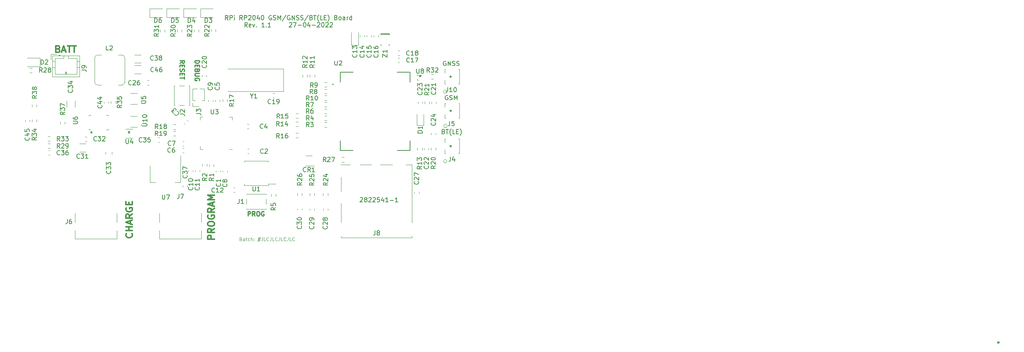
<source format=gbr>
%TF.GenerationSoftware,KiCad,Pcbnew,(6.0.2-0)*%
%TF.CreationDate,2022-03-01T14:38:21+01:00*%
%TF.ProjectId,RP2040GPSTracker,52503230-3430-4475-9053-547261636b65,rev?*%
%TF.SameCoordinates,PX4416780PY363af58*%
%TF.FileFunction,Legend,Top*%
%TF.FilePolarity,Positive*%
%FSLAX46Y46*%
G04 Gerber Fmt 4.6, Leading zero omitted, Abs format (unit mm)*
G04 Created by KiCad (PCBNEW (6.0.2-0)) date 2022-03-01 14:38:22*
%MOMM*%
%LPD*%
G01*
G04 APERTURE LIST*
%ADD10C,0.250000*%
%ADD11C,0.300000*%
%ADD12C,0.200000*%
%ADD13C,0.100000*%
%ADD14C,0.150000*%
%ADD15C,0.120000*%
%ADD16C,0.127000*%
G04 APERTURE END LIST*
D10*
X38817619Y41138096D02*
X39817619Y41138096D01*
X39817619Y40900000D01*
X39770000Y40757143D01*
X39674761Y40661905D01*
X39579523Y40614286D01*
X39389047Y40566667D01*
X39246190Y40566667D01*
X39055714Y40614286D01*
X38960476Y40661905D01*
X38865238Y40757143D01*
X38817619Y40900000D01*
X38817619Y41138096D01*
X39341428Y40138096D02*
X39341428Y39804762D01*
X38817619Y39661905D02*
X38817619Y40138096D01*
X39817619Y40138096D01*
X39817619Y39661905D01*
X39341428Y38900000D02*
X39293809Y38757143D01*
X39246190Y38709524D01*
X39150952Y38661905D01*
X39008095Y38661905D01*
X38912857Y38709524D01*
X38865238Y38757143D01*
X38817619Y38852381D01*
X38817619Y39233334D01*
X39817619Y39233334D01*
X39817619Y38900000D01*
X39770000Y38804762D01*
X39722380Y38757143D01*
X39627142Y38709524D01*
X39531904Y38709524D01*
X39436666Y38757143D01*
X39389047Y38804762D01*
X39341428Y38900000D01*
X39341428Y39233334D01*
X39817619Y38233334D02*
X39008095Y38233334D01*
X38912857Y38185715D01*
X38865238Y38138096D01*
X38817619Y38042858D01*
X38817619Y37852381D01*
X38865238Y37757143D01*
X38912857Y37709524D01*
X39008095Y37661905D01*
X39817619Y37661905D01*
X39770000Y36661905D02*
X39817619Y36757143D01*
X39817619Y36900000D01*
X39770000Y37042858D01*
X39674761Y37138096D01*
X39579523Y37185715D01*
X39389047Y37233334D01*
X39246190Y37233334D01*
X39055714Y37185715D01*
X38960476Y37138096D01*
X38865238Y37042858D01*
X38817619Y36900000D01*
X38817619Y36804762D01*
X38865238Y36661905D01*
X38912857Y36614286D01*
X39246190Y36614286D01*
X39246190Y36804762D01*
D11*
X43218571Y946429D02*
X41718571Y946429D01*
X41718571Y1517858D01*
X41790000Y1660715D01*
X41861428Y1732143D01*
X42004285Y1803572D01*
X42218571Y1803572D01*
X42361428Y1732143D01*
X42432857Y1660715D01*
X42504285Y1517858D01*
X42504285Y946429D01*
X43218571Y3303572D02*
X42504285Y2803572D01*
X43218571Y2446429D02*
X41718571Y2446429D01*
X41718571Y3017858D01*
X41790000Y3160715D01*
X41861428Y3232143D01*
X42004285Y3303572D01*
X42218571Y3303572D01*
X42361428Y3232143D01*
X42432857Y3160715D01*
X42504285Y3017858D01*
X42504285Y2446429D01*
X41718571Y4232143D02*
X41718571Y4517858D01*
X41790000Y4660715D01*
X41932857Y4803572D01*
X42218571Y4875000D01*
X42718571Y4875000D01*
X43004285Y4803572D01*
X43147142Y4660715D01*
X43218571Y4517858D01*
X43218571Y4232143D01*
X43147142Y4089286D01*
X43004285Y3946429D01*
X42718571Y3875000D01*
X42218571Y3875000D01*
X41932857Y3946429D01*
X41790000Y4089286D01*
X41718571Y4232143D01*
X41790000Y6303572D02*
X41718571Y6160715D01*
X41718571Y5946429D01*
X41790000Y5732143D01*
X41932857Y5589286D01*
X42075714Y5517858D01*
X42361428Y5446429D01*
X42575714Y5446429D01*
X42861428Y5517858D01*
X43004285Y5589286D01*
X43147142Y5732143D01*
X43218571Y5946429D01*
X43218571Y6089286D01*
X43147142Y6303572D01*
X43075714Y6375000D01*
X42575714Y6375000D01*
X42575714Y6089286D01*
X43218571Y7875000D02*
X42504285Y7375000D01*
X43218571Y7017858D02*
X41718571Y7017858D01*
X41718571Y7589286D01*
X41790000Y7732143D01*
X41861428Y7803572D01*
X42004285Y7875000D01*
X42218571Y7875000D01*
X42361428Y7803572D01*
X42432857Y7732143D01*
X42504285Y7589286D01*
X42504285Y7017858D01*
X42790000Y8446429D02*
X42790000Y9160715D01*
X43218571Y8303572D02*
X41718571Y8803572D01*
X43218571Y9303572D01*
X43218571Y9803572D02*
X41718571Y9803572D01*
X42790000Y10303572D01*
X41718571Y10803572D01*
X43218571Y10803572D01*
D12*
X46270952Y50302620D02*
X45937619Y50778810D01*
X45699523Y50302620D02*
X45699523Y51302620D01*
X46080476Y51302620D01*
X46175714Y51255000D01*
X46223333Y51207381D01*
X46270952Y51112143D01*
X46270952Y50969286D01*
X46223333Y50874048D01*
X46175714Y50826429D01*
X46080476Y50778810D01*
X45699523Y50778810D01*
X46699523Y50302620D02*
X46699523Y51302620D01*
X47080476Y51302620D01*
X47175714Y51255000D01*
X47223333Y51207381D01*
X47270952Y51112143D01*
X47270952Y50969286D01*
X47223333Y50874048D01*
X47175714Y50826429D01*
X47080476Y50778810D01*
X46699523Y50778810D01*
X47699523Y50302620D02*
X47699523Y50969286D01*
X47699523Y51302620D02*
X47651904Y51255000D01*
X47699523Y51207381D01*
X47747142Y51255000D01*
X47699523Y51302620D01*
X47699523Y51207381D01*
X49509047Y50302620D02*
X49175714Y50778810D01*
X48937619Y50302620D02*
X48937619Y51302620D01*
X49318571Y51302620D01*
X49413809Y51255000D01*
X49461428Y51207381D01*
X49509047Y51112143D01*
X49509047Y50969286D01*
X49461428Y50874048D01*
X49413809Y50826429D01*
X49318571Y50778810D01*
X48937619Y50778810D01*
X49937619Y50302620D02*
X49937619Y51302620D01*
X50318571Y51302620D01*
X50413809Y51255000D01*
X50461428Y51207381D01*
X50509047Y51112143D01*
X50509047Y50969286D01*
X50461428Y50874048D01*
X50413809Y50826429D01*
X50318571Y50778810D01*
X49937619Y50778810D01*
X50890000Y51207381D02*
X50937619Y51255000D01*
X51032857Y51302620D01*
X51270952Y51302620D01*
X51366190Y51255000D01*
X51413809Y51207381D01*
X51461428Y51112143D01*
X51461428Y51016905D01*
X51413809Y50874048D01*
X50842380Y50302620D01*
X51461428Y50302620D01*
X52080476Y51302620D02*
X52175714Y51302620D01*
X52270952Y51255000D01*
X52318571Y51207381D01*
X52366190Y51112143D01*
X52413809Y50921667D01*
X52413809Y50683572D01*
X52366190Y50493096D01*
X52318571Y50397858D01*
X52270952Y50350239D01*
X52175714Y50302620D01*
X52080476Y50302620D01*
X51985238Y50350239D01*
X51937619Y50397858D01*
X51890000Y50493096D01*
X51842380Y50683572D01*
X51842380Y50921667D01*
X51890000Y51112143D01*
X51937619Y51207381D01*
X51985238Y51255000D01*
X52080476Y51302620D01*
X53270952Y50969286D02*
X53270952Y50302620D01*
X53032857Y51350239D02*
X52794761Y50635953D01*
X53413809Y50635953D01*
X53985238Y51302620D02*
X54080476Y51302620D01*
X54175714Y51255000D01*
X54223333Y51207381D01*
X54270952Y51112143D01*
X54318571Y50921667D01*
X54318571Y50683572D01*
X54270952Y50493096D01*
X54223333Y50397858D01*
X54175714Y50350239D01*
X54080476Y50302620D01*
X53985238Y50302620D01*
X53890000Y50350239D01*
X53842380Y50397858D01*
X53794761Y50493096D01*
X53747142Y50683572D01*
X53747142Y50921667D01*
X53794761Y51112143D01*
X53842380Y51207381D01*
X53890000Y51255000D01*
X53985238Y51302620D01*
X56032857Y51255000D02*
X55937619Y51302620D01*
X55794761Y51302620D01*
X55651904Y51255000D01*
X55556666Y51159762D01*
X55509047Y51064524D01*
X55461428Y50874048D01*
X55461428Y50731191D01*
X55509047Y50540715D01*
X55556666Y50445477D01*
X55651904Y50350239D01*
X55794761Y50302620D01*
X55890000Y50302620D01*
X56032857Y50350239D01*
X56080476Y50397858D01*
X56080476Y50731191D01*
X55890000Y50731191D01*
X56461428Y50350239D02*
X56604285Y50302620D01*
X56842380Y50302620D01*
X56937619Y50350239D01*
X56985238Y50397858D01*
X57032857Y50493096D01*
X57032857Y50588334D01*
X56985238Y50683572D01*
X56937619Y50731191D01*
X56842380Y50778810D01*
X56651904Y50826429D01*
X56556666Y50874048D01*
X56509047Y50921667D01*
X56461428Y51016905D01*
X56461428Y51112143D01*
X56509047Y51207381D01*
X56556666Y51255000D01*
X56651904Y51302620D01*
X56890000Y51302620D01*
X57032857Y51255000D01*
X57461428Y50302620D02*
X57461428Y51302620D01*
X57794761Y50588334D01*
X58128095Y51302620D01*
X58128095Y50302620D01*
X59318571Y51350239D02*
X58461428Y50064524D01*
X60175714Y51255000D02*
X60080476Y51302620D01*
X59937619Y51302620D01*
X59794761Y51255000D01*
X59699523Y51159762D01*
X59651904Y51064524D01*
X59604285Y50874048D01*
X59604285Y50731191D01*
X59651904Y50540715D01*
X59699523Y50445477D01*
X59794761Y50350239D01*
X59937619Y50302620D01*
X60032857Y50302620D01*
X60175714Y50350239D01*
X60223333Y50397858D01*
X60223333Y50731191D01*
X60032857Y50731191D01*
X60651904Y50302620D02*
X60651904Y51302620D01*
X61223333Y50302620D01*
X61223333Y51302620D01*
X61651904Y50350239D02*
X61794761Y50302620D01*
X62032857Y50302620D01*
X62128095Y50350239D01*
X62175714Y50397858D01*
X62223333Y50493096D01*
X62223333Y50588334D01*
X62175714Y50683572D01*
X62128095Y50731191D01*
X62032857Y50778810D01*
X61842380Y50826429D01*
X61747142Y50874048D01*
X61699523Y50921667D01*
X61651904Y51016905D01*
X61651904Y51112143D01*
X61699523Y51207381D01*
X61747142Y51255000D01*
X61842380Y51302620D01*
X62080476Y51302620D01*
X62223333Y51255000D01*
X62604285Y50350239D02*
X62747142Y50302620D01*
X62985238Y50302620D01*
X63080476Y50350239D01*
X63128095Y50397858D01*
X63175714Y50493096D01*
X63175714Y50588334D01*
X63128095Y50683572D01*
X63080476Y50731191D01*
X62985238Y50778810D01*
X62794761Y50826429D01*
X62699523Y50874048D01*
X62651904Y50921667D01*
X62604285Y51016905D01*
X62604285Y51112143D01*
X62651904Y51207381D01*
X62699523Y51255000D01*
X62794761Y51302620D01*
X63032857Y51302620D01*
X63175714Y51255000D01*
X64318571Y51350239D02*
X63461428Y50064524D01*
X64985238Y50826429D02*
X65128095Y50778810D01*
X65175714Y50731191D01*
X65223333Y50635953D01*
X65223333Y50493096D01*
X65175714Y50397858D01*
X65128095Y50350239D01*
X65032857Y50302620D01*
X64651904Y50302620D01*
X64651904Y51302620D01*
X64985238Y51302620D01*
X65080476Y51255000D01*
X65128095Y51207381D01*
X65175714Y51112143D01*
X65175714Y51016905D01*
X65128095Y50921667D01*
X65080476Y50874048D01*
X64985238Y50826429D01*
X64651904Y50826429D01*
X65509047Y51302620D02*
X66080476Y51302620D01*
X65794761Y50302620D02*
X65794761Y51302620D01*
X66699523Y49921667D02*
X66651904Y49969286D01*
X66556666Y50112143D01*
X66509047Y50207381D01*
X66461428Y50350239D01*
X66413809Y50588334D01*
X66413809Y50778810D01*
X66461428Y51016905D01*
X66509047Y51159762D01*
X66556666Y51255000D01*
X66651904Y51397858D01*
X66699523Y51445477D01*
X67556666Y50302620D02*
X67080476Y50302620D01*
X67080476Y51302620D01*
X67890000Y50826429D02*
X68223333Y50826429D01*
X68366190Y50302620D02*
X67890000Y50302620D01*
X67890000Y51302620D01*
X68366190Y51302620D01*
X68699523Y49921667D02*
X68747142Y49969286D01*
X68842380Y50112143D01*
X68890000Y50207381D01*
X68937619Y50350239D01*
X68985238Y50588334D01*
X68985238Y50778810D01*
X68937619Y51016905D01*
X68890000Y51159762D01*
X68842380Y51255000D01*
X68747142Y51397858D01*
X68699523Y51445477D01*
X70556666Y50826429D02*
X70699523Y50778810D01*
X70747142Y50731191D01*
X70794761Y50635953D01*
X70794761Y50493096D01*
X70747142Y50397858D01*
X70699523Y50350239D01*
X70604285Y50302620D01*
X70223333Y50302620D01*
X70223333Y51302620D01*
X70556666Y51302620D01*
X70651904Y51255000D01*
X70699523Y51207381D01*
X70747142Y51112143D01*
X70747142Y51016905D01*
X70699523Y50921667D01*
X70651904Y50874048D01*
X70556666Y50826429D01*
X70223333Y50826429D01*
X71366190Y50302620D02*
X71270952Y50350239D01*
X71223333Y50397858D01*
X71175714Y50493096D01*
X71175714Y50778810D01*
X71223333Y50874048D01*
X71270952Y50921667D01*
X71366190Y50969286D01*
X71509047Y50969286D01*
X71604285Y50921667D01*
X71651904Y50874048D01*
X71699523Y50778810D01*
X71699523Y50493096D01*
X71651904Y50397858D01*
X71604285Y50350239D01*
X71509047Y50302620D01*
X71366190Y50302620D01*
X72556666Y50302620D02*
X72556666Y50826429D01*
X72509047Y50921667D01*
X72413809Y50969286D01*
X72223333Y50969286D01*
X72128095Y50921667D01*
X72556666Y50350239D02*
X72461428Y50302620D01*
X72223333Y50302620D01*
X72128095Y50350239D01*
X72080476Y50445477D01*
X72080476Y50540715D01*
X72128095Y50635953D01*
X72223333Y50683572D01*
X72461428Y50683572D01*
X72556666Y50731191D01*
X73032857Y50302620D02*
X73032857Y50969286D01*
X73032857Y50778810D02*
X73080476Y50874048D01*
X73128095Y50921667D01*
X73223333Y50969286D01*
X73318571Y50969286D01*
X74080476Y50302620D02*
X74080476Y51302620D01*
X74080476Y50350239D02*
X73985238Y50302620D01*
X73794761Y50302620D01*
X73699523Y50350239D01*
X73651904Y50397858D01*
X73604285Y50493096D01*
X73604285Y50778810D01*
X73651904Y50874048D01*
X73699523Y50921667D01*
X73794761Y50969286D01*
X73985238Y50969286D01*
X74080476Y50921667D01*
X50628095Y48692620D02*
X50294761Y49168810D01*
X50056666Y48692620D02*
X50056666Y49692620D01*
X50437619Y49692620D01*
X50532857Y49645000D01*
X50580476Y49597381D01*
X50628095Y49502143D01*
X50628095Y49359286D01*
X50580476Y49264048D01*
X50532857Y49216429D01*
X50437619Y49168810D01*
X50056666Y49168810D01*
X51437619Y48740239D02*
X51342380Y48692620D01*
X51151904Y48692620D01*
X51056666Y48740239D01*
X51009047Y48835477D01*
X51009047Y49216429D01*
X51056666Y49311667D01*
X51151904Y49359286D01*
X51342380Y49359286D01*
X51437619Y49311667D01*
X51485238Y49216429D01*
X51485238Y49121191D01*
X51009047Y49025953D01*
X51818571Y49359286D02*
X52056666Y48692620D01*
X52294761Y49359286D01*
X52675714Y48787858D02*
X52723333Y48740239D01*
X52675714Y48692620D01*
X52628095Y48740239D01*
X52675714Y48787858D01*
X52675714Y48692620D01*
X54437619Y48692620D02*
X53866190Y48692620D01*
X54151904Y48692620D02*
X54151904Y49692620D01*
X54056666Y49549762D01*
X53961428Y49454524D01*
X53866190Y49406905D01*
X54866190Y48787858D02*
X54913809Y48740239D01*
X54866190Y48692620D01*
X54818571Y48740239D01*
X54866190Y48787858D01*
X54866190Y48692620D01*
X55866190Y48692620D02*
X55294761Y48692620D01*
X55580476Y48692620D02*
X55580476Y49692620D01*
X55485238Y49549762D01*
X55390000Y49454524D01*
X55294761Y49406905D01*
X60056666Y49597381D02*
X60104285Y49645000D01*
X60199523Y49692620D01*
X60437619Y49692620D01*
X60532857Y49645000D01*
X60580476Y49597381D01*
X60628095Y49502143D01*
X60628095Y49406905D01*
X60580476Y49264048D01*
X60009047Y48692620D01*
X60628095Y48692620D01*
X60961428Y49692620D02*
X61628095Y49692620D01*
X61199523Y48692620D01*
X62009047Y49073572D02*
X62770952Y49073572D01*
X63437619Y49692620D02*
X63532857Y49692620D01*
X63628095Y49645000D01*
X63675714Y49597381D01*
X63723333Y49502143D01*
X63770952Y49311667D01*
X63770952Y49073572D01*
X63723333Y48883096D01*
X63675714Y48787858D01*
X63628095Y48740239D01*
X63532857Y48692620D01*
X63437619Y48692620D01*
X63342380Y48740239D01*
X63294761Y48787858D01*
X63247142Y48883096D01*
X63199523Y49073572D01*
X63199523Y49311667D01*
X63247142Y49502143D01*
X63294761Y49597381D01*
X63342380Y49645000D01*
X63437619Y49692620D01*
X64628095Y49359286D02*
X64628095Y48692620D01*
X64390000Y49740239D02*
X64151904Y49025953D01*
X64770952Y49025953D01*
X65151904Y49073572D02*
X65913809Y49073572D01*
X66342380Y49597381D02*
X66390000Y49645000D01*
X66485238Y49692620D01*
X66723333Y49692620D01*
X66818571Y49645000D01*
X66866190Y49597381D01*
X66913809Y49502143D01*
X66913809Y49406905D01*
X66866190Y49264048D01*
X66294761Y48692620D01*
X66913809Y48692620D01*
X67532857Y49692620D02*
X67628095Y49692620D01*
X67723333Y49645000D01*
X67770952Y49597381D01*
X67818571Y49502143D01*
X67866190Y49311667D01*
X67866190Y49073572D01*
X67818571Y48883096D01*
X67770952Y48787858D01*
X67723333Y48740239D01*
X67628095Y48692620D01*
X67532857Y48692620D01*
X67437619Y48740239D01*
X67390000Y48787858D01*
X67342380Y48883096D01*
X67294761Y49073572D01*
X67294761Y49311667D01*
X67342380Y49502143D01*
X67390000Y49597381D01*
X67437619Y49645000D01*
X67532857Y49692620D01*
X68247142Y49597381D02*
X68294761Y49645000D01*
X68390000Y49692620D01*
X68628095Y49692620D01*
X68723333Y49645000D01*
X68770952Y49597381D01*
X68818571Y49502143D01*
X68818571Y49406905D01*
X68770952Y49264048D01*
X68199523Y48692620D01*
X68818571Y48692620D01*
X69199523Y49597381D02*
X69247142Y49645000D01*
X69342380Y49692620D01*
X69580476Y49692620D01*
X69675714Y49645000D01*
X69723333Y49597381D01*
X69770952Y49502143D01*
X69770952Y49406905D01*
X69723333Y49264048D01*
X69151904Y48692620D01*
X69770952Y48692620D01*
D13*
X49182857Y953572D02*
X49290000Y917858D01*
X49325714Y882143D01*
X49361428Y810715D01*
X49361428Y703572D01*
X49325714Y632143D01*
X49290000Y596429D01*
X49218571Y560715D01*
X48932857Y560715D01*
X48932857Y1310715D01*
X49182857Y1310715D01*
X49254285Y1275000D01*
X49290000Y1239286D01*
X49325714Y1167858D01*
X49325714Y1096429D01*
X49290000Y1025000D01*
X49254285Y989286D01*
X49182857Y953572D01*
X48932857Y953572D01*
X50004285Y560715D02*
X50004285Y953572D01*
X49968571Y1025000D01*
X49897142Y1060715D01*
X49754285Y1060715D01*
X49682857Y1025000D01*
X50004285Y596429D02*
X49932857Y560715D01*
X49754285Y560715D01*
X49682857Y596429D01*
X49647142Y667858D01*
X49647142Y739286D01*
X49682857Y810715D01*
X49754285Y846429D01*
X49932857Y846429D01*
X50004285Y882143D01*
X50254285Y1060715D02*
X50540000Y1060715D01*
X50361428Y1310715D02*
X50361428Y667858D01*
X50397142Y596429D01*
X50468571Y560715D01*
X50540000Y560715D01*
X51111428Y596429D02*
X51040000Y560715D01*
X50897142Y560715D01*
X50825714Y596429D01*
X50790000Y632143D01*
X50754285Y703572D01*
X50754285Y917858D01*
X50790000Y989286D01*
X50825714Y1025000D01*
X50897142Y1060715D01*
X51040000Y1060715D01*
X51111428Y1025000D01*
X51432857Y560715D02*
X51432857Y1310715D01*
X51754285Y560715D02*
X51754285Y953572D01*
X51718571Y1025000D01*
X51647142Y1060715D01*
X51540000Y1060715D01*
X51468571Y1025000D01*
X51432857Y989286D01*
X52111428Y632143D02*
X52147142Y596429D01*
X52111428Y560715D01*
X52075714Y596429D01*
X52111428Y632143D01*
X52111428Y560715D01*
X52111428Y1025000D02*
X52147142Y989286D01*
X52111428Y953572D01*
X52075714Y989286D01*
X52111428Y1025000D01*
X52111428Y953572D01*
X53004285Y1060715D02*
X53540000Y1060715D01*
X53218571Y1382143D02*
X53004285Y417858D01*
X53468571Y739286D02*
X52932857Y739286D01*
X53254285Y417858D02*
X53468571Y1382143D01*
X54004285Y1310715D02*
X54004285Y775000D01*
X53968571Y667858D01*
X53897142Y596429D01*
X53790000Y560715D01*
X53718571Y560715D01*
X54718571Y560715D02*
X54361428Y560715D01*
X54361428Y1310715D01*
X55397142Y632143D02*
X55361428Y596429D01*
X55254285Y560715D01*
X55182857Y560715D01*
X55075714Y596429D01*
X55004285Y667858D01*
X54968571Y739286D01*
X54932857Y882143D01*
X54932857Y989286D01*
X54968571Y1132143D01*
X55004285Y1203572D01*
X55075714Y1275000D01*
X55182857Y1310715D01*
X55254285Y1310715D01*
X55361428Y1275000D01*
X55397142Y1239286D01*
X55932857Y1310715D02*
X55932857Y775000D01*
X55897142Y667858D01*
X55825714Y596429D01*
X55718571Y560715D01*
X55647142Y560715D01*
X56647142Y560715D02*
X56290000Y560715D01*
X56290000Y1310715D01*
X57325714Y632143D02*
X57290000Y596429D01*
X57182857Y560715D01*
X57111428Y560715D01*
X57004285Y596429D01*
X56932857Y667858D01*
X56897142Y739286D01*
X56861428Y882143D01*
X56861428Y989286D01*
X56897142Y1132143D01*
X56932857Y1203572D01*
X57004285Y1275000D01*
X57111428Y1310715D01*
X57182857Y1310715D01*
X57290000Y1275000D01*
X57325714Y1239286D01*
X57861428Y1310715D02*
X57861428Y775000D01*
X57825714Y667858D01*
X57754285Y596429D01*
X57647142Y560715D01*
X57575714Y560715D01*
X58575714Y560715D02*
X58218571Y560715D01*
X58218571Y1310715D01*
X59254285Y632143D02*
X59218571Y596429D01*
X59111428Y560715D01*
X59040000Y560715D01*
X58932857Y596429D01*
X58861428Y667858D01*
X58825714Y739286D01*
X58790000Y882143D01*
X58790000Y989286D01*
X58825714Y1132143D01*
X58861428Y1203572D01*
X58932857Y1275000D01*
X59040000Y1310715D01*
X59111428Y1310715D01*
X59218571Y1275000D01*
X59254285Y1239286D01*
X59790000Y1310715D02*
X59790000Y775000D01*
X59754285Y667858D01*
X59682857Y596429D01*
X59575714Y560715D01*
X59504285Y560715D01*
X60504285Y560715D02*
X60147142Y560715D01*
X60147142Y1310715D01*
X61182857Y632143D02*
X61147142Y596429D01*
X61040000Y560715D01*
X60968571Y560715D01*
X60861428Y596429D01*
X60790000Y667858D01*
X60754285Y739286D01*
X60718571Y882143D01*
X60718571Y989286D01*
X60754285Y1132143D01*
X60790000Y1203572D01*
X60861428Y1275000D01*
X60968571Y1310715D01*
X61040000Y1310715D01*
X61147142Y1275000D01*
X61182857Y1239286D01*
D11*
X24675714Y2197143D02*
X24747142Y2125715D01*
X24818571Y1911429D01*
X24818571Y1768572D01*
X24747142Y1554286D01*
X24604285Y1411429D01*
X24461428Y1340000D01*
X24175714Y1268572D01*
X23961428Y1268572D01*
X23675714Y1340000D01*
X23532857Y1411429D01*
X23390000Y1554286D01*
X23318571Y1768572D01*
X23318571Y1911429D01*
X23390000Y2125715D01*
X23461428Y2197143D01*
X24818571Y2840000D02*
X23318571Y2840000D01*
X24032857Y2840000D02*
X24032857Y3697143D01*
X24818571Y3697143D02*
X23318571Y3697143D01*
X24390000Y4340000D02*
X24390000Y5054286D01*
X24818571Y4197143D02*
X23318571Y4697143D01*
X24818571Y5197143D01*
X24818571Y6554286D02*
X24104285Y6054286D01*
X24818571Y5697143D02*
X23318571Y5697143D01*
X23318571Y6268572D01*
X23390000Y6411429D01*
X23461428Y6482858D01*
X23604285Y6554286D01*
X23818571Y6554286D01*
X23961428Y6482858D01*
X24032857Y6411429D01*
X24104285Y6268572D01*
X24104285Y5697143D01*
X23390000Y7982858D02*
X23318571Y7840000D01*
X23318571Y7625715D01*
X23390000Y7411429D01*
X23532857Y7268572D01*
X23675714Y7197143D01*
X23961428Y7125715D01*
X24175714Y7125715D01*
X24461428Y7197143D01*
X24604285Y7268572D01*
X24747142Y7411429D01*
X24818571Y7625715D01*
X24818571Y7768572D01*
X24747142Y7982858D01*
X24675714Y8054286D01*
X24175714Y8054286D01*
X24175714Y7768572D01*
X24032857Y8697143D02*
X24032857Y9197143D01*
X24818571Y9411429D02*
X24818571Y8697143D01*
X23318571Y8697143D01*
X23318571Y9411429D01*
X8111428Y43757143D02*
X8325714Y43685715D01*
X8397142Y43614286D01*
X8468571Y43471429D01*
X8468571Y43257143D01*
X8397142Y43114286D01*
X8325714Y43042858D01*
X8182857Y42971429D01*
X7611428Y42971429D01*
X7611428Y44471429D01*
X8111428Y44471429D01*
X8254285Y44400000D01*
X8325714Y44328572D01*
X8397142Y44185715D01*
X8397142Y44042858D01*
X8325714Y43900000D01*
X8254285Y43828572D01*
X8111428Y43757143D01*
X7611428Y43757143D01*
X9040000Y43400000D02*
X9754285Y43400000D01*
X8897142Y42971429D02*
X9397142Y44471429D01*
X9897142Y42971429D01*
X10182857Y44471429D02*
X11040000Y44471429D01*
X10611428Y42971429D02*
X10611428Y44471429D01*
X11325714Y44471429D02*
X12182857Y44471429D01*
X11754285Y42971429D02*
X11754285Y44471429D01*
D10*
X35467619Y40572381D02*
X35943809Y40905715D01*
X35467619Y41143810D02*
X36467619Y41143810D01*
X36467619Y40762858D01*
X36420000Y40667620D01*
X36372380Y40620000D01*
X36277142Y40572381D01*
X36134285Y40572381D01*
X36039047Y40620000D01*
X35991428Y40667620D01*
X35943809Y40762858D01*
X35943809Y41143810D01*
X35991428Y40143810D02*
X35991428Y39810477D01*
X35467619Y39667620D02*
X35467619Y40143810D01*
X36467619Y40143810D01*
X36467619Y39667620D01*
X35515238Y39286667D02*
X35467619Y39143810D01*
X35467619Y38905715D01*
X35515238Y38810477D01*
X35562857Y38762858D01*
X35658095Y38715239D01*
X35753333Y38715239D01*
X35848571Y38762858D01*
X35896190Y38810477D01*
X35943809Y38905715D01*
X35991428Y39096191D01*
X36039047Y39191429D01*
X36086666Y39239048D01*
X36181904Y39286667D01*
X36277142Y39286667D01*
X36372380Y39239048D01*
X36420000Y39191429D01*
X36467619Y39096191D01*
X36467619Y38858096D01*
X36420000Y38715239D01*
X35991428Y38286667D02*
X35991428Y37953334D01*
X35467619Y37810477D02*
X35467619Y38286667D01*
X36467619Y38286667D01*
X36467619Y37810477D01*
X36467619Y37524762D02*
X36467619Y36953334D01*
X35467619Y37239048D02*
X36467619Y37239048D01*
X50744285Y6177620D02*
X50744285Y7177620D01*
X51125238Y7177620D01*
X51220476Y7130000D01*
X51268095Y7082381D01*
X51315714Y6987143D01*
X51315714Y6844286D01*
X51268095Y6749048D01*
X51220476Y6701429D01*
X51125238Y6653810D01*
X50744285Y6653810D01*
X52315714Y6177620D02*
X51982380Y6653810D01*
X51744285Y6177620D02*
X51744285Y7177620D01*
X52125238Y7177620D01*
X52220476Y7130000D01*
X52268095Y7082381D01*
X52315714Y6987143D01*
X52315714Y6844286D01*
X52268095Y6749048D01*
X52220476Y6701429D01*
X52125238Y6653810D01*
X51744285Y6653810D01*
X52934761Y7177620D02*
X53125238Y7177620D01*
X53220476Y7130000D01*
X53315714Y7034762D01*
X53363333Y6844286D01*
X53363333Y6510953D01*
X53315714Y6320477D01*
X53220476Y6225239D01*
X53125238Y6177620D01*
X52934761Y6177620D01*
X52839523Y6225239D01*
X52744285Y6320477D01*
X52696666Y6510953D01*
X52696666Y6844286D01*
X52744285Y7034762D01*
X52839523Y7130000D01*
X52934761Y7177620D01*
X54315714Y7130000D02*
X54220476Y7177620D01*
X54077619Y7177620D01*
X53934761Y7130000D01*
X53839523Y7034762D01*
X53791904Y6939524D01*
X53744285Y6749048D01*
X53744285Y6606191D01*
X53791904Y6415715D01*
X53839523Y6320477D01*
X53934761Y6225239D01*
X54077619Y6177620D01*
X54172857Y6177620D01*
X54315714Y6225239D01*
X54363333Y6272858D01*
X54363333Y6606191D01*
X54172857Y6606191D01*
D14*
%TO.C,J8*%
X79331666Y2822620D02*
X79331666Y2108334D01*
X79284047Y1965477D01*
X79188809Y1870239D01*
X79045952Y1822620D01*
X78950714Y1822620D01*
X79950714Y2394048D02*
X79855476Y2441667D01*
X79807857Y2489286D01*
X79760238Y2584524D01*
X79760238Y2632143D01*
X79807857Y2727381D01*
X79855476Y2775000D01*
X79950714Y2822620D01*
X80141190Y2822620D01*
X80236428Y2775000D01*
X80284047Y2727381D01*
X80331666Y2632143D01*
X80331666Y2584524D01*
X80284047Y2489286D01*
X80236428Y2441667D01*
X80141190Y2394048D01*
X79950714Y2394048D01*
X79855476Y2346429D01*
X79807857Y2298810D01*
X79760238Y2203572D01*
X79760238Y2013096D01*
X79807857Y1917858D01*
X79855476Y1870239D01*
X79950714Y1822620D01*
X80141190Y1822620D01*
X80236428Y1870239D01*
X80284047Y1917858D01*
X80331666Y2013096D01*
X80331666Y2203572D01*
X80284047Y2298810D01*
X80236428Y2346429D01*
X80141190Y2394048D01*
X75976904Y10202381D02*
X76024523Y10250000D01*
X76119761Y10297620D01*
X76357857Y10297620D01*
X76453095Y10250000D01*
X76500714Y10202381D01*
X76548333Y10107143D01*
X76548333Y10011905D01*
X76500714Y9869048D01*
X75929285Y9297620D01*
X76548333Y9297620D01*
X77119761Y9869048D02*
X77024523Y9916667D01*
X76976904Y9964286D01*
X76929285Y10059524D01*
X76929285Y10107143D01*
X76976904Y10202381D01*
X77024523Y10250000D01*
X77119761Y10297620D01*
X77310238Y10297620D01*
X77405476Y10250000D01*
X77453095Y10202381D01*
X77500714Y10107143D01*
X77500714Y10059524D01*
X77453095Y9964286D01*
X77405476Y9916667D01*
X77310238Y9869048D01*
X77119761Y9869048D01*
X77024523Y9821429D01*
X76976904Y9773810D01*
X76929285Y9678572D01*
X76929285Y9488096D01*
X76976904Y9392858D01*
X77024523Y9345239D01*
X77119761Y9297620D01*
X77310238Y9297620D01*
X77405476Y9345239D01*
X77453095Y9392858D01*
X77500714Y9488096D01*
X77500714Y9678572D01*
X77453095Y9773810D01*
X77405476Y9821429D01*
X77310238Y9869048D01*
X77881666Y10202381D02*
X77929285Y10250000D01*
X78024523Y10297620D01*
X78262619Y10297620D01*
X78357857Y10250000D01*
X78405476Y10202381D01*
X78453095Y10107143D01*
X78453095Y10011905D01*
X78405476Y9869048D01*
X77834047Y9297620D01*
X78453095Y9297620D01*
X78834047Y10202381D02*
X78881666Y10250000D01*
X78976904Y10297620D01*
X79215000Y10297620D01*
X79310238Y10250000D01*
X79357857Y10202381D01*
X79405476Y10107143D01*
X79405476Y10011905D01*
X79357857Y9869048D01*
X78786428Y9297620D01*
X79405476Y9297620D01*
X80310238Y10297620D02*
X79834047Y10297620D01*
X79786428Y9821429D01*
X79834047Y9869048D01*
X79929285Y9916667D01*
X80167380Y9916667D01*
X80262619Y9869048D01*
X80310238Y9821429D01*
X80357857Y9726191D01*
X80357857Y9488096D01*
X80310238Y9392858D01*
X80262619Y9345239D01*
X80167380Y9297620D01*
X79929285Y9297620D01*
X79834047Y9345239D01*
X79786428Y9392858D01*
X81215000Y9964286D02*
X81215000Y9297620D01*
X80976904Y10345239D02*
X80738809Y9630953D01*
X81357857Y9630953D01*
X82262619Y9297620D02*
X81691190Y9297620D01*
X81976904Y9297620D02*
X81976904Y10297620D01*
X81881666Y10154762D01*
X81786428Y10059524D01*
X81691190Y10011905D01*
X82691190Y9678572D02*
X83453095Y9678572D01*
X84453095Y9297620D02*
X83881666Y9297620D01*
X84167380Y9297620D02*
X84167380Y10297620D01*
X84072142Y10154762D01*
X83976904Y10059524D01*
X83881666Y10011905D01*
X219354999Y-22092881D02*
X219354999Y-22330977D01*
X219116903Y-22235739D02*
X219354999Y-22330977D01*
X219593094Y-22235739D01*
X219212141Y-22521453D02*
X219354999Y-22330977D01*
X219497856Y-22521453D01*
X219354999Y-22092881D02*
X219354999Y-22330977D01*
X219116903Y-22235739D02*
X219354999Y-22330977D01*
X219593094Y-22235739D01*
X219212141Y-22521453D02*
X219354999Y-22330977D01*
X219497856Y-22521453D01*
%TO.C,J7*%
X35271466Y11057220D02*
X35271466Y10342934D01*
X35223847Y10200077D01*
X35128609Y10104839D01*
X34985752Y10057220D01*
X34890514Y10057220D01*
X35652419Y11057220D02*
X36319085Y11057220D01*
X35890514Y10057220D01*
%TO.C,C46*%
X29548842Y38702058D02*
X29501223Y38654439D01*
X29358366Y38606820D01*
X29263128Y38606820D01*
X29120271Y38654439D01*
X29025033Y38749677D01*
X28977414Y38844915D01*
X28929795Y39035391D01*
X28929795Y39178248D01*
X28977414Y39368724D01*
X29025033Y39463962D01*
X29120271Y39559200D01*
X29263128Y39606820D01*
X29358366Y39606820D01*
X29501223Y39559200D01*
X29548842Y39511581D01*
X30405985Y39273486D02*
X30405985Y38606820D01*
X30167890Y39654439D02*
X29929795Y38940153D01*
X30548842Y38940153D01*
X31358366Y39606820D02*
X31167890Y39606820D01*
X31072652Y39559200D01*
X31025033Y39511581D01*
X30929795Y39368724D01*
X30882176Y39178248D01*
X30882176Y38797296D01*
X30929795Y38702058D01*
X30977414Y38654439D01*
X31072652Y38606820D01*
X31263128Y38606820D01*
X31358366Y38654439D01*
X31405985Y38702058D01*
X31453604Y38797296D01*
X31453604Y39035391D01*
X31405985Y39130629D01*
X31358366Y39178248D01*
X31263128Y39225867D01*
X31072652Y39225867D01*
X30977414Y39178248D01*
X30929795Y39130629D01*
X30882176Y39035391D01*
%TO.C,R38*%
X3306658Y33278816D02*
X2830468Y32945483D01*
X3306658Y32707388D02*
X2306658Y32707388D01*
X2306658Y33088340D01*
X2354278Y33183578D01*
X2401897Y33231197D01*
X2497135Y33278816D01*
X2639992Y33278816D01*
X2735230Y33231197D01*
X2782849Y33183578D01*
X2830468Y33088340D01*
X2830468Y32707388D01*
X2306658Y33612150D02*
X2306658Y34231197D01*
X2687611Y33897864D01*
X2687611Y34040721D01*
X2735230Y34135959D01*
X2782849Y34183578D01*
X2878087Y34231197D01*
X3116182Y34231197D01*
X3211420Y34183578D01*
X3259039Y34135959D01*
X3306658Y34040721D01*
X3306658Y33755007D01*
X3259039Y33659769D01*
X3211420Y33612150D01*
X2735230Y34802626D02*
X2687611Y34707388D01*
X2639992Y34659769D01*
X2544754Y34612150D01*
X2497135Y34612150D01*
X2401897Y34659769D01*
X2354278Y34707388D01*
X2306658Y34802626D01*
X2306658Y34993102D01*
X2354278Y35088340D01*
X2401897Y35135959D01*
X2497135Y35183578D01*
X2544754Y35183578D01*
X2639992Y35135959D01*
X2687611Y35088340D01*
X2735230Y34993102D01*
X2735230Y34802626D01*
X2782849Y34707388D01*
X2830468Y34659769D01*
X2925706Y34612150D01*
X3116182Y34612150D01*
X3211420Y34659769D01*
X3259039Y34707388D01*
X3306658Y34802626D01*
X3306658Y34993102D01*
X3259039Y35088340D01*
X3211420Y35135959D01*
X3116182Y35183578D01*
X2925706Y35183578D01*
X2830468Y35135959D01*
X2782849Y35088340D01*
X2735230Y34993102D01*
%TO.C,C24*%
X92807142Y27147143D02*
X92854761Y27099524D01*
X92902380Y26956667D01*
X92902380Y26861429D01*
X92854761Y26718572D01*
X92759523Y26623334D01*
X92664285Y26575715D01*
X92473809Y26528096D01*
X92330952Y26528096D01*
X92140476Y26575715D01*
X92045238Y26623334D01*
X91950000Y26718572D01*
X91902380Y26861429D01*
X91902380Y26956667D01*
X91950000Y27099524D01*
X91997619Y27147143D01*
X91997619Y27528096D02*
X91950000Y27575715D01*
X91902380Y27670953D01*
X91902380Y27909048D01*
X91950000Y28004286D01*
X91997619Y28051905D01*
X92092857Y28099524D01*
X92188095Y28099524D01*
X92330952Y28051905D01*
X92902380Y27480477D01*
X92902380Y28099524D01*
X92235714Y28956667D02*
X92902380Y28956667D01*
X91854761Y28718572D02*
X92569047Y28480477D01*
X92569047Y29099524D01*
%TO.C,R32*%
X91547142Y38507620D02*
X91213809Y38983810D01*
X90975714Y38507620D02*
X90975714Y39507620D01*
X91356666Y39507620D01*
X91451904Y39460000D01*
X91499523Y39412381D01*
X91547142Y39317143D01*
X91547142Y39174286D01*
X91499523Y39079048D01*
X91451904Y39031429D01*
X91356666Y38983810D01*
X90975714Y38983810D01*
X91880476Y39507620D02*
X92499523Y39507620D01*
X92166190Y39126667D01*
X92309047Y39126667D01*
X92404285Y39079048D01*
X92451904Y39031429D01*
X92499523Y38936191D01*
X92499523Y38698096D01*
X92451904Y38602858D01*
X92404285Y38555239D01*
X92309047Y38507620D01*
X92023333Y38507620D01*
X91928095Y38555239D01*
X91880476Y38602858D01*
X92880476Y39412381D02*
X92928095Y39460000D01*
X93023333Y39507620D01*
X93261428Y39507620D01*
X93356666Y39460000D01*
X93404285Y39412381D01*
X93451904Y39317143D01*
X93451904Y39221905D01*
X93404285Y39079048D01*
X92832857Y38507620D01*
X93451904Y38507620D01*
%TO.C,C28*%
X68507142Y3847143D02*
X68554761Y3799524D01*
X68602380Y3656667D01*
X68602380Y3561429D01*
X68554761Y3418572D01*
X68459523Y3323334D01*
X68364285Y3275715D01*
X68173809Y3228096D01*
X68030952Y3228096D01*
X67840476Y3275715D01*
X67745238Y3323334D01*
X67650000Y3418572D01*
X67602380Y3561429D01*
X67602380Y3656667D01*
X67650000Y3799524D01*
X67697619Y3847143D01*
X67697619Y4228096D02*
X67650000Y4275715D01*
X67602380Y4370953D01*
X67602380Y4609048D01*
X67650000Y4704286D01*
X67697619Y4751905D01*
X67792857Y4799524D01*
X67888095Y4799524D01*
X68030952Y4751905D01*
X68602380Y4180477D01*
X68602380Y4799524D01*
X68030952Y5370953D02*
X67983333Y5275715D01*
X67935714Y5228096D01*
X67840476Y5180477D01*
X67792857Y5180477D01*
X67697619Y5228096D01*
X67650000Y5275715D01*
X67602380Y5370953D01*
X67602380Y5561429D01*
X67650000Y5656667D01*
X67697619Y5704286D01*
X67792857Y5751905D01*
X67840476Y5751905D01*
X67935714Y5704286D01*
X67983333Y5656667D01*
X68030952Y5561429D01*
X68030952Y5370953D01*
X68078571Y5275715D01*
X68126190Y5228096D01*
X68221428Y5180477D01*
X68411904Y5180477D01*
X68507142Y5228096D01*
X68554761Y5275715D01*
X68602380Y5370953D01*
X68602380Y5561429D01*
X68554761Y5656667D01*
X68507142Y5704286D01*
X68411904Y5751905D01*
X68221428Y5751905D01*
X68126190Y5704286D01*
X68078571Y5656667D01*
X68030952Y5561429D01*
%TO.C,C35*%
X26922142Y22892858D02*
X26874523Y22845239D01*
X26731666Y22797620D01*
X26636428Y22797620D01*
X26493571Y22845239D01*
X26398333Y22940477D01*
X26350714Y23035715D01*
X26303095Y23226191D01*
X26303095Y23369048D01*
X26350714Y23559524D01*
X26398333Y23654762D01*
X26493571Y23750000D01*
X26636428Y23797620D01*
X26731666Y23797620D01*
X26874523Y23750000D01*
X26922142Y23702381D01*
X27255476Y23797620D02*
X27874523Y23797620D01*
X27541190Y23416667D01*
X27684047Y23416667D01*
X27779285Y23369048D01*
X27826904Y23321429D01*
X27874523Y23226191D01*
X27874523Y22988096D01*
X27826904Y22892858D01*
X27779285Y22845239D01*
X27684047Y22797620D01*
X27398333Y22797620D01*
X27303095Y22845239D01*
X27255476Y22892858D01*
X28779285Y23797620D02*
X28303095Y23797620D01*
X28255476Y23321429D01*
X28303095Y23369048D01*
X28398333Y23416667D01*
X28636428Y23416667D01*
X28731666Y23369048D01*
X28779285Y23321429D01*
X28826904Y23226191D01*
X28826904Y22988096D01*
X28779285Y22892858D01*
X28731666Y22845239D01*
X28636428Y22797620D01*
X28398333Y22797620D01*
X28303095Y22845239D01*
X28255476Y22892858D01*
%TO.C,U6*%
X11462380Y26888096D02*
X12271904Y26888096D01*
X12367142Y26935715D01*
X12414761Y26983334D01*
X12462380Y27078572D01*
X12462380Y27269048D01*
X12414761Y27364286D01*
X12367142Y27411905D01*
X12271904Y27459524D01*
X11462380Y27459524D01*
X11462380Y28364286D02*
X11462380Y28173810D01*
X11510000Y28078572D01*
X11557619Y28030953D01*
X11700476Y27935715D01*
X11890952Y27888096D01*
X12271904Y27888096D01*
X12367142Y27935715D01*
X12414761Y27983334D01*
X12462380Y28078572D01*
X12462380Y28269048D01*
X12414761Y28364286D01*
X12367142Y28411905D01*
X12271904Y28459524D01*
X12033809Y28459524D01*
X11938571Y28411905D01*
X11890952Y28364286D01*
X11843333Y28269048D01*
X11843333Y28078572D01*
X11890952Y27983334D01*
X11938571Y27935715D01*
X12033809Y27888096D01*
X15399635Y24994896D02*
X15637731Y24994896D01*
X15542493Y24756801D02*
X15637731Y24994896D01*
X15542493Y25232992D01*
X15828207Y24852039D02*
X15637731Y24994896D01*
X15828207Y25137754D01*
X15399635Y24994896D02*
X15637731Y24994896D01*
X15542493Y24756801D02*
X15637731Y24994896D01*
X15542493Y25232992D01*
X15828207Y24852039D02*
X15637731Y24994896D01*
X15828207Y25137754D01*
%TO.C,U2*%
X70286132Y41074736D02*
X70286132Y40265040D01*
X70333762Y40169782D01*
X70381391Y40122152D01*
X70476649Y40074523D01*
X70667166Y40074523D01*
X70762424Y40122152D01*
X70810054Y40169782D01*
X70857683Y40265040D01*
X70857683Y41074736D01*
X71286345Y40979478D02*
X71333975Y41027107D01*
X71429233Y41074736D01*
X71667379Y41074736D01*
X71762637Y41027107D01*
X71810267Y40979478D01*
X71857896Y40884219D01*
X71857896Y40788961D01*
X71810267Y40646073D01*
X71238716Y40074523D01*
X71857896Y40074523D01*
%TO.C,C34*%
X11268942Y34582143D02*
X11316561Y34534524D01*
X11364180Y34391667D01*
X11364180Y34296429D01*
X11316561Y34153572D01*
X11221323Y34058334D01*
X11126085Y34010715D01*
X10935609Y33963096D01*
X10792752Y33963096D01*
X10602276Y34010715D01*
X10507038Y34058334D01*
X10411800Y34153572D01*
X10364180Y34296429D01*
X10364180Y34391667D01*
X10411800Y34534524D01*
X10459419Y34582143D01*
X10364180Y34915477D02*
X10364180Y35534524D01*
X10745133Y35201191D01*
X10745133Y35344048D01*
X10792752Y35439286D01*
X10840371Y35486905D01*
X10935609Y35534524D01*
X11173704Y35534524D01*
X11268942Y35486905D01*
X11316561Y35439286D01*
X11364180Y35344048D01*
X11364180Y35058334D01*
X11316561Y34963096D01*
X11268942Y34915477D01*
X10697514Y36391667D02*
X11364180Y36391667D01*
X10316561Y36153572D02*
X11030847Y35915477D01*
X11030847Y36534524D01*
%TO.C,R30*%
X34452380Y47207143D02*
X33976190Y46873810D01*
X34452380Y46635715D02*
X33452380Y46635715D01*
X33452380Y47016667D01*
X33500000Y47111905D01*
X33547619Y47159524D01*
X33642857Y47207143D01*
X33785714Y47207143D01*
X33880952Y47159524D01*
X33928571Y47111905D01*
X33976190Y47016667D01*
X33976190Y46635715D01*
X33452380Y47540477D02*
X33452380Y48159524D01*
X33833333Y47826191D01*
X33833333Y47969048D01*
X33880952Y48064286D01*
X33928571Y48111905D01*
X34023809Y48159524D01*
X34261904Y48159524D01*
X34357142Y48111905D01*
X34404761Y48064286D01*
X34452380Y47969048D01*
X34452380Y47683334D01*
X34404761Y47588096D01*
X34357142Y47540477D01*
X33452380Y48778572D02*
X33452380Y48873810D01*
X33500000Y48969048D01*
X33547619Y49016667D01*
X33642857Y49064286D01*
X33833333Y49111905D01*
X34071428Y49111905D01*
X34261904Y49064286D01*
X34357142Y49016667D01*
X34404761Y48969048D01*
X34452380Y48873810D01*
X34452380Y48778572D01*
X34404761Y48683334D01*
X34357142Y48635715D01*
X34261904Y48588096D01*
X34071428Y48540477D01*
X33833333Y48540477D01*
X33642857Y48588096D01*
X33547619Y48635715D01*
X33500000Y48683334D01*
X33452380Y48778572D01*
%TO.C,R16*%
X57820142Y23695220D02*
X57486809Y24171410D01*
X57248714Y23695220D02*
X57248714Y24695220D01*
X57629666Y24695220D01*
X57724904Y24647600D01*
X57772523Y24599981D01*
X57820142Y24504743D01*
X57820142Y24361886D01*
X57772523Y24266648D01*
X57724904Y24219029D01*
X57629666Y24171410D01*
X57248714Y24171410D01*
X58772523Y23695220D02*
X58201095Y23695220D01*
X58486809Y23695220D02*
X58486809Y24695220D01*
X58391571Y24552362D01*
X58296333Y24457124D01*
X58201095Y24409505D01*
X59629666Y24695220D02*
X59439190Y24695220D01*
X59343952Y24647600D01*
X59296333Y24599981D01*
X59201095Y24457124D01*
X59153476Y24266648D01*
X59153476Y23885696D01*
X59201095Y23790458D01*
X59248714Y23742839D01*
X59343952Y23695220D01*
X59534428Y23695220D01*
X59629666Y23742839D01*
X59677285Y23790458D01*
X59724904Y23885696D01*
X59724904Y24123791D01*
X59677285Y24219029D01*
X59629666Y24266648D01*
X59534428Y24314267D01*
X59343952Y24314267D01*
X59248714Y24266648D01*
X59201095Y24219029D01*
X59153476Y24123791D01*
%TO.C,R28*%
X4554642Y38502620D02*
X4221309Y38978810D01*
X3983214Y38502620D02*
X3983214Y39502620D01*
X4364166Y39502620D01*
X4459404Y39455000D01*
X4507023Y39407381D01*
X4554642Y39312143D01*
X4554642Y39169286D01*
X4507023Y39074048D01*
X4459404Y39026429D01*
X4364166Y38978810D01*
X3983214Y38978810D01*
X4935595Y39407381D02*
X4983214Y39455000D01*
X5078452Y39502620D01*
X5316547Y39502620D01*
X5411785Y39455000D01*
X5459404Y39407381D01*
X5507023Y39312143D01*
X5507023Y39216905D01*
X5459404Y39074048D01*
X4887976Y38502620D01*
X5507023Y38502620D01*
X6078452Y39074048D02*
X5983214Y39121667D01*
X5935595Y39169286D01*
X5887976Y39264524D01*
X5887976Y39312143D01*
X5935595Y39407381D01*
X5983214Y39455000D01*
X6078452Y39502620D01*
X6268928Y39502620D01*
X6364166Y39455000D01*
X6411785Y39407381D01*
X6459404Y39312143D01*
X6459404Y39264524D01*
X6411785Y39169286D01*
X6364166Y39121667D01*
X6268928Y39074048D01*
X6078452Y39074048D01*
X5983214Y39026429D01*
X5935595Y38978810D01*
X5887976Y38883572D01*
X5887976Y38693096D01*
X5935595Y38597858D01*
X5983214Y38550239D01*
X6078452Y38502620D01*
X6268928Y38502620D01*
X6364166Y38550239D01*
X6411785Y38597858D01*
X6459404Y38693096D01*
X6459404Y38883572D01*
X6411785Y38978810D01*
X6364166Y39026429D01*
X6268928Y39074048D01*
%TO.C,J4*%
X96256666Y19472620D02*
X96256666Y18758334D01*
X96209047Y18615477D01*
X96113809Y18520239D01*
X95970952Y18472620D01*
X95875714Y18472620D01*
X97161428Y19139286D02*
X97161428Y18472620D01*
X96923333Y19520239D02*
X96685238Y18805953D01*
X97304285Y18805953D01*
X94706666Y25171429D02*
X94849523Y25123810D01*
X94897142Y25076191D01*
X94944761Y24980953D01*
X94944761Y24838096D01*
X94897142Y24742858D01*
X94849523Y24695239D01*
X94754285Y24647620D01*
X94373333Y24647620D01*
X94373333Y25647620D01*
X94706666Y25647620D01*
X94801904Y25600000D01*
X94849523Y25552381D01*
X94897142Y25457143D01*
X94897142Y25361905D01*
X94849523Y25266667D01*
X94801904Y25219048D01*
X94706666Y25171429D01*
X94373333Y25171429D01*
X95230476Y25647620D02*
X95801904Y25647620D01*
X95516190Y24647620D02*
X95516190Y25647620D01*
X96420952Y24266667D02*
X96373333Y24314286D01*
X96278095Y24457143D01*
X96230476Y24552381D01*
X96182857Y24695239D01*
X96135238Y24933334D01*
X96135238Y25123810D01*
X96182857Y25361905D01*
X96230476Y25504762D01*
X96278095Y25600000D01*
X96373333Y25742858D01*
X96420952Y25790477D01*
X97278095Y24647620D02*
X96801904Y24647620D01*
X96801904Y25647620D01*
X97611428Y25171429D02*
X97944761Y25171429D01*
X98087619Y24647620D02*
X97611428Y24647620D01*
X97611428Y25647620D01*
X98087619Y25647620D01*
X98420952Y24266667D02*
X98468571Y24314286D01*
X98563809Y24457143D01*
X98611428Y24552381D01*
X98659047Y24695239D01*
X98706666Y24933334D01*
X98706666Y25123810D01*
X98659047Y25361905D01*
X98611428Y25504762D01*
X98563809Y25600000D01*
X98468571Y25742858D01*
X98420952Y25790477D01*
X96062380Y21883200D02*
X96300476Y21883200D01*
X96205238Y21645105D02*
X96300476Y21883200D01*
X96205238Y22121296D01*
X96490952Y21740343D02*
X96300476Y21883200D01*
X96490952Y22026058D01*
%TO.C,C23*%
X89807142Y34077143D02*
X89854761Y34029524D01*
X89902380Y33886667D01*
X89902380Y33791429D01*
X89854761Y33648572D01*
X89759523Y33553334D01*
X89664285Y33505715D01*
X89473809Y33458096D01*
X89330952Y33458096D01*
X89140476Y33505715D01*
X89045238Y33553334D01*
X88950000Y33648572D01*
X88902380Y33791429D01*
X88902380Y33886667D01*
X88950000Y34029524D01*
X88997619Y34077143D01*
X88997619Y34458096D02*
X88950000Y34505715D01*
X88902380Y34600953D01*
X88902380Y34839048D01*
X88950000Y34934286D01*
X88997619Y34981905D01*
X89092857Y35029524D01*
X89188095Y35029524D01*
X89330952Y34981905D01*
X89902380Y34410477D01*
X89902380Y35029524D01*
X88902380Y35362858D02*
X88902380Y35981905D01*
X89283333Y35648572D01*
X89283333Y35791429D01*
X89330952Y35886667D01*
X89378571Y35934286D01*
X89473809Y35981905D01*
X89711904Y35981905D01*
X89807142Y35934286D01*
X89854761Y35886667D01*
X89902380Y35791429D01*
X89902380Y35505715D01*
X89854761Y35410477D01*
X89807142Y35362858D01*
%TO.C,R7*%
X64474333Y30731620D02*
X64141000Y31207810D01*
X63902904Y30731620D02*
X63902904Y31731620D01*
X64283857Y31731620D01*
X64379095Y31684000D01*
X64426714Y31636381D01*
X64474333Y31541143D01*
X64474333Y31398286D01*
X64426714Y31303048D01*
X64379095Y31255429D01*
X64283857Y31207810D01*
X63902904Y31207810D01*
X64807666Y31731620D02*
X65474333Y31731620D01*
X65045761Y30731620D01*
%TO.C,R19*%
X30529642Y24247620D02*
X30196309Y24723810D01*
X29958214Y24247620D02*
X29958214Y25247620D01*
X30339166Y25247620D01*
X30434404Y25200000D01*
X30482023Y25152381D01*
X30529642Y25057143D01*
X30529642Y24914286D01*
X30482023Y24819048D01*
X30434404Y24771429D01*
X30339166Y24723810D01*
X29958214Y24723810D01*
X31482023Y24247620D02*
X30910595Y24247620D01*
X31196309Y24247620D02*
X31196309Y25247620D01*
X31101071Y25104762D01*
X31005833Y25009524D01*
X30910595Y24961905D01*
X31958214Y24247620D02*
X32148690Y24247620D01*
X32243928Y24295239D01*
X32291547Y24342858D01*
X32386785Y24485715D01*
X32434404Y24676191D01*
X32434404Y25057143D01*
X32386785Y25152381D01*
X32339166Y25200000D01*
X32243928Y25247620D01*
X32053452Y25247620D01*
X31958214Y25200000D01*
X31910595Y25152381D01*
X31862976Y25057143D01*
X31862976Y24819048D01*
X31910595Y24723810D01*
X31958214Y24676191D01*
X32053452Y24628572D01*
X32243928Y24628572D01*
X32339166Y24676191D01*
X32386785Y24723810D01*
X32434404Y24819048D01*
%TO.C,D4*%
X37346904Y49707620D02*
X37346904Y50707620D01*
X37585000Y50707620D01*
X37727857Y50660000D01*
X37823095Y50564762D01*
X37870714Y50469524D01*
X37918333Y50279048D01*
X37918333Y50136191D01*
X37870714Y49945715D01*
X37823095Y49850477D01*
X37727857Y49755239D01*
X37585000Y49707620D01*
X37346904Y49707620D01*
X38775476Y50374286D02*
X38775476Y49707620D01*
X38537380Y50755239D02*
X38299285Y50040953D01*
X38918333Y50040953D01*
%TO.C,C19*%
X55876342Y31506258D02*
X55828723Y31458639D01*
X55685866Y31411020D01*
X55590628Y31411020D01*
X55447771Y31458639D01*
X55352533Y31553877D01*
X55304914Y31649115D01*
X55257295Y31839591D01*
X55257295Y31982448D01*
X55304914Y32172924D01*
X55352533Y32268162D01*
X55447771Y32363400D01*
X55590628Y32411020D01*
X55685866Y32411020D01*
X55828723Y32363400D01*
X55876342Y32315781D01*
X56828723Y31411020D02*
X56257295Y31411020D01*
X56543009Y31411020D02*
X56543009Y32411020D01*
X56447771Y32268162D01*
X56352533Y32172924D01*
X56257295Y32125305D01*
X57304914Y31411020D02*
X57495390Y31411020D01*
X57590628Y31458639D01*
X57638247Y31506258D01*
X57733485Y31649115D01*
X57781104Y31839591D01*
X57781104Y32220543D01*
X57733485Y32315781D01*
X57685866Y32363400D01*
X57590628Y32411020D01*
X57400152Y32411020D01*
X57304914Y32363400D01*
X57257295Y32315781D01*
X57209676Y32220543D01*
X57209676Y31982448D01*
X57257295Y31887210D01*
X57304914Y31839591D01*
X57400152Y31791972D01*
X57590628Y31791972D01*
X57685866Y31839591D01*
X57733485Y31887210D01*
X57781104Y31982448D01*
%TO.C,J9*%
X13442380Y39016667D02*
X14156666Y39016667D01*
X14299523Y38969048D01*
X14394761Y38873810D01*
X14442380Y38730953D01*
X14442380Y38635715D01*
X14442380Y39540477D02*
X14442380Y39730953D01*
X14394761Y39826191D01*
X14347142Y39873810D01*
X14204285Y39969048D01*
X14013809Y40016667D01*
X13632857Y40016667D01*
X13537619Y39969048D01*
X13490000Y39921429D01*
X13442380Y39826191D01*
X13442380Y39635715D01*
X13490000Y39540477D01*
X13537619Y39492858D01*
X13632857Y39445239D01*
X13870952Y39445239D01*
X13966190Y39492858D01*
X14013809Y39540477D01*
X14061428Y39635715D01*
X14061428Y39826191D01*
X14013809Y39921429D01*
X13966190Y39969048D01*
X13870952Y40016667D01*
%TO.C,C8*%
X45971942Y13368734D02*
X46019561Y13321115D01*
X46067180Y13178258D01*
X46067180Y13083020D01*
X46019561Y12940162D01*
X45924323Y12844924D01*
X45829085Y12797305D01*
X45638609Y12749686D01*
X45495752Y12749686D01*
X45305276Y12797305D01*
X45210038Y12844924D01*
X45114800Y12940162D01*
X45067180Y13083020D01*
X45067180Y13178258D01*
X45114800Y13321115D01*
X45162419Y13368734D01*
X45495752Y13940162D02*
X45448133Y13844924D01*
X45400514Y13797305D01*
X45305276Y13749686D01*
X45257657Y13749686D01*
X45162419Y13797305D01*
X45114800Y13844924D01*
X45067180Y13940162D01*
X45067180Y14130639D01*
X45114800Y14225877D01*
X45162419Y14273496D01*
X45257657Y14321115D01*
X45305276Y14321115D01*
X45400514Y14273496D01*
X45448133Y14225877D01*
X45495752Y14130639D01*
X45495752Y13940162D01*
X45543371Y13844924D01*
X45590990Y13797305D01*
X45686228Y13749686D01*
X45876704Y13749686D01*
X45971942Y13797305D01*
X46019561Y13844924D01*
X46067180Y13940162D01*
X46067180Y14130639D01*
X46019561Y14225877D01*
X45971942Y14273496D01*
X45876704Y14321115D01*
X45686228Y14321115D01*
X45590990Y14273496D01*
X45543371Y14225877D01*
X45495752Y14130639D01*
%TO.C,D2*%
X4281904Y40297620D02*
X4281904Y41297620D01*
X4520000Y41297620D01*
X4662857Y41250000D01*
X4758095Y41154762D01*
X4805714Y41059524D01*
X4853333Y40869048D01*
X4853333Y40726191D01*
X4805714Y40535715D01*
X4758095Y40440477D01*
X4662857Y40345239D01*
X4520000Y40297620D01*
X4281904Y40297620D01*
X5234285Y41202381D02*
X5281904Y41250000D01*
X5377142Y41297620D01*
X5615238Y41297620D01*
X5710476Y41250000D01*
X5758095Y41202381D01*
X5805714Y41107143D01*
X5805714Y41011905D01*
X5758095Y40869048D01*
X5186666Y40297620D01*
X5805714Y40297620D01*
%TO.C,R18*%
X30557142Y25787620D02*
X30223809Y26263810D01*
X29985714Y25787620D02*
X29985714Y26787620D01*
X30366666Y26787620D01*
X30461904Y26740000D01*
X30509523Y26692381D01*
X30557142Y26597143D01*
X30557142Y26454286D01*
X30509523Y26359048D01*
X30461904Y26311429D01*
X30366666Y26263810D01*
X29985714Y26263810D01*
X31509523Y25787620D02*
X30938095Y25787620D01*
X31223809Y25787620D02*
X31223809Y26787620D01*
X31128571Y26644762D01*
X31033333Y26549524D01*
X30938095Y26501905D01*
X32080952Y26359048D02*
X31985714Y26406667D01*
X31938095Y26454286D01*
X31890476Y26549524D01*
X31890476Y26597143D01*
X31938095Y26692381D01*
X31985714Y26740000D01*
X32080952Y26787620D01*
X32271428Y26787620D01*
X32366666Y26740000D01*
X32414285Y26692381D01*
X32461904Y26597143D01*
X32461904Y26549524D01*
X32414285Y26454286D01*
X32366666Y26406667D01*
X32271428Y26359048D01*
X32080952Y26359048D01*
X31985714Y26311429D01*
X31938095Y26263810D01*
X31890476Y26168572D01*
X31890476Y25978096D01*
X31938095Y25882858D01*
X31985714Y25835239D01*
X32080952Y25787620D01*
X32271428Y25787620D01*
X32366666Y25835239D01*
X32414285Y25882858D01*
X32461904Y25978096D01*
X32461904Y26168572D01*
X32414285Y26263810D01*
X32366666Y26311429D01*
X32271428Y26359048D01*
%TO.C,C20*%
X41377142Y40157143D02*
X41424761Y40109524D01*
X41472380Y39966667D01*
X41472380Y39871429D01*
X41424761Y39728572D01*
X41329523Y39633334D01*
X41234285Y39585715D01*
X41043809Y39538096D01*
X40900952Y39538096D01*
X40710476Y39585715D01*
X40615238Y39633334D01*
X40520000Y39728572D01*
X40472380Y39871429D01*
X40472380Y39966667D01*
X40520000Y40109524D01*
X40567619Y40157143D01*
X40567619Y40538096D02*
X40520000Y40585715D01*
X40472380Y40680953D01*
X40472380Y40919048D01*
X40520000Y41014286D01*
X40567619Y41061905D01*
X40662857Y41109524D01*
X40758095Y41109524D01*
X40900952Y41061905D01*
X41472380Y40490477D01*
X41472380Y41109524D01*
X40472380Y41728572D02*
X40472380Y41823810D01*
X40520000Y41919048D01*
X40567619Y41966667D01*
X40662857Y42014286D01*
X40853333Y42061905D01*
X41091428Y42061905D01*
X41281904Y42014286D01*
X41377142Y41966667D01*
X41424761Y41919048D01*
X41472380Y41823810D01*
X41472380Y41728572D01*
X41424761Y41633334D01*
X41377142Y41585715D01*
X41281904Y41538096D01*
X41091428Y41490477D01*
X40853333Y41490477D01*
X40662857Y41538096D01*
X40567619Y41585715D01*
X40520000Y41633334D01*
X40472380Y41728572D01*
%TO.C,R27*%
X68259642Y18377620D02*
X67926309Y18853810D01*
X67688214Y18377620D02*
X67688214Y19377620D01*
X68069166Y19377620D01*
X68164404Y19330000D01*
X68212023Y19282381D01*
X68259642Y19187143D01*
X68259642Y19044286D01*
X68212023Y18949048D01*
X68164404Y18901429D01*
X68069166Y18853810D01*
X67688214Y18853810D01*
X68640595Y19282381D02*
X68688214Y19330000D01*
X68783452Y19377620D01*
X69021547Y19377620D01*
X69116785Y19330000D01*
X69164404Y19282381D01*
X69212023Y19187143D01*
X69212023Y19091905D01*
X69164404Y18949048D01*
X68592976Y18377620D01*
X69212023Y18377620D01*
X69545357Y19377620D02*
X70212023Y19377620D01*
X69783452Y18377620D01*
%TO.C,C11*%
X39765142Y12592543D02*
X39812761Y12544924D01*
X39860380Y12402067D01*
X39860380Y12306829D01*
X39812761Y12163972D01*
X39717523Y12068734D01*
X39622285Y12021115D01*
X39431809Y11973496D01*
X39288952Y11973496D01*
X39098476Y12021115D01*
X39003238Y12068734D01*
X38908000Y12163972D01*
X38860380Y12306829D01*
X38860380Y12402067D01*
X38908000Y12544924D01*
X38955619Y12592543D01*
X39860380Y13544924D02*
X39860380Y12973496D01*
X39860380Y13259210D02*
X38860380Y13259210D01*
X39003238Y13163972D01*
X39098476Y13068734D01*
X39146095Y12973496D01*
X39860380Y14497305D02*
X39860380Y13925877D01*
X39860380Y14211591D02*
X38860380Y14211591D01*
X39003238Y14116353D01*
X39098476Y14021115D01*
X39146095Y13925877D01*
%TO.C,R22*%
X42012380Y47217143D02*
X41536190Y46883810D01*
X42012380Y46645715D02*
X41012380Y46645715D01*
X41012380Y47026667D01*
X41060000Y47121905D01*
X41107619Y47169524D01*
X41202857Y47217143D01*
X41345714Y47217143D01*
X41440952Y47169524D01*
X41488571Y47121905D01*
X41536190Y47026667D01*
X41536190Y46645715D01*
X41107619Y47598096D02*
X41060000Y47645715D01*
X41012380Y47740953D01*
X41012380Y47979048D01*
X41060000Y48074286D01*
X41107619Y48121905D01*
X41202857Y48169524D01*
X41298095Y48169524D01*
X41440952Y48121905D01*
X42012380Y47550477D01*
X42012380Y48169524D01*
X41107619Y48550477D02*
X41060000Y48598096D01*
X41012380Y48693334D01*
X41012380Y48931429D01*
X41060000Y49026667D01*
X41107619Y49074286D01*
X41202857Y49121905D01*
X41298095Y49121905D01*
X41440952Y49074286D01*
X42012380Y48502858D01*
X42012380Y49121905D01*
%TO.C,R8*%
X65298333Y33651420D02*
X64965000Y34127610D01*
X64726904Y33651420D02*
X64726904Y34651420D01*
X65107857Y34651420D01*
X65203095Y34603800D01*
X65250714Y34556181D01*
X65298333Y34460943D01*
X65298333Y34318086D01*
X65250714Y34222848D01*
X65203095Y34175229D01*
X65107857Y34127610D01*
X64726904Y34127610D01*
X65869761Y34222848D02*
X65774523Y34270467D01*
X65726904Y34318086D01*
X65679285Y34413324D01*
X65679285Y34460943D01*
X65726904Y34556181D01*
X65774523Y34603800D01*
X65869761Y34651420D01*
X66060238Y34651420D01*
X66155476Y34603800D01*
X66203095Y34556181D01*
X66250714Y34460943D01*
X66250714Y34413324D01*
X66203095Y34318086D01*
X66155476Y34270467D01*
X66060238Y34222848D01*
X65869761Y34222848D01*
X65774523Y34175229D01*
X65726904Y34127610D01*
X65679285Y34032372D01*
X65679285Y33841896D01*
X65726904Y33746658D01*
X65774523Y33699039D01*
X65869761Y33651420D01*
X66060238Y33651420D01*
X66155476Y33699039D01*
X66203095Y33746658D01*
X66250714Y33841896D01*
X66250714Y34032372D01*
X66203095Y34127610D01*
X66155476Y34175229D01*
X66060238Y34222848D01*
%TO.C,R25*%
X65612380Y13657143D02*
X65136190Y13323810D01*
X65612380Y13085715D02*
X64612380Y13085715D01*
X64612380Y13466667D01*
X64660000Y13561905D01*
X64707619Y13609524D01*
X64802857Y13657143D01*
X64945714Y13657143D01*
X65040952Y13609524D01*
X65088571Y13561905D01*
X65136190Y13466667D01*
X65136190Y13085715D01*
X64707619Y14038096D02*
X64660000Y14085715D01*
X64612380Y14180953D01*
X64612380Y14419048D01*
X64660000Y14514286D01*
X64707619Y14561905D01*
X64802857Y14609524D01*
X64898095Y14609524D01*
X65040952Y14561905D01*
X65612380Y13990477D01*
X65612380Y14609524D01*
X64612380Y15514286D02*
X64612380Y15038096D01*
X65088571Y14990477D01*
X65040952Y15038096D01*
X64993333Y15133334D01*
X64993333Y15371429D01*
X65040952Y15466667D01*
X65088571Y15514286D01*
X65183809Y15561905D01*
X65421904Y15561905D01*
X65517142Y15514286D01*
X65564761Y15466667D01*
X65612380Y15371429D01*
X65612380Y15133334D01*
X65564761Y15038096D01*
X65517142Y14990477D01*
%TO.C,R20*%
X92892380Y17417143D02*
X92416190Y17083810D01*
X92892380Y16845715D02*
X91892380Y16845715D01*
X91892380Y17226667D01*
X91940000Y17321905D01*
X91987619Y17369524D01*
X92082857Y17417143D01*
X92225714Y17417143D01*
X92320952Y17369524D01*
X92368571Y17321905D01*
X92416190Y17226667D01*
X92416190Y16845715D01*
X91987619Y17798096D02*
X91940000Y17845715D01*
X91892380Y17940953D01*
X91892380Y18179048D01*
X91940000Y18274286D01*
X91987619Y18321905D01*
X92082857Y18369524D01*
X92178095Y18369524D01*
X92320952Y18321905D01*
X92892380Y17750477D01*
X92892380Y18369524D01*
X91892380Y18988572D02*
X91892380Y19083810D01*
X91940000Y19179048D01*
X91987619Y19226667D01*
X92082857Y19274286D01*
X92273333Y19321905D01*
X92511428Y19321905D01*
X92701904Y19274286D01*
X92797142Y19226667D01*
X92844761Y19179048D01*
X92892380Y19083810D01*
X92892380Y18988572D01*
X92844761Y18893334D01*
X92797142Y18845715D01*
X92701904Y18798096D01*
X92511428Y18750477D01*
X92273333Y18750477D01*
X92082857Y18798096D01*
X91987619Y18845715D01*
X91940000Y18893334D01*
X91892380Y18988572D01*
%TO.C,R5*%
X56977180Y8058734D02*
X56500990Y7725400D01*
X56977180Y7487305D02*
X55977180Y7487305D01*
X55977180Y7868258D01*
X56024800Y7963496D01*
X56072419Y8011115D01*
X56167657Y8058734D01*
X56310514Y8058734D01*
X56405752Y8011115D01*
X56453371Y7963496D01*
X56500990Y7868258D01*
X56500990Y7487305D01*
X55977180Y8963496D02*
X55977180Y8487305D01*
X56453371Y8439686D01*
X56405752Y8487305D01*
X56358133Y8582543D01*
X56358133Y8820639D01*
X56405752Y8915877D01*
X56453371Y8963496D01*
X56548609Y9011115D01*
X56786704Y9011115D01*
X56881942Y8963496D01*
X56929561Y8915877D01*
X56977180Y8820639D01*
X56977180Y8582543D01*
X56929561Y8487305D01*
X56881942Y8439686D01*
%TO.C,R21*%
X91452380Y33997143D02*
X90976190Y33663810D01*
X91452380Y33425715D02*
X90452380Y33425715D01*
X90452380Y33806667D01*
X90500000Y33901905D01*
X90547619Y33949524D01*
X90642857Y33997143D01*
X90785714Y33997143D01*
X90880952Y33949524D01*
X90928571Y33901905D01*
X90976190Y33806667D01*
X90976190Y33425715D01*
X90547619Y34378096D02*
X90500000Y34425715D01*
X90452380Y34520953D01*
X90452380Y34759048D01*
X90500000Y34854286D01*
X90547619Y34901905D01*
X90642857Y34949524D01*
X90738095Y34949524D01*
X90880952Y34901905D01*
X91452380Y34330477D01*
X91452380Y34949524D01*
X91452380Y35901905D02*
X91452380Y35330477D01*
X91452380Y35616191D02*
X90452380Y35616191D01*
X90595238Y35520953D01*
X90690476Y35425715D01*
X90738095Y35330477D01*
%TO.C,CR1*%
X63793333Y16192858D02*
X63745714Y16145239D01*
X63602857Y16097620D01*
X63507619Y16097620D01*
X63364761Y16145239D01*
X63269523Y16240477D01*
X63221904Y16335715D01*
X63174285Y16526191D01*
X63174285Y16669048D01*
X63221904Y16859524D01*
X63269523Y16954762D01*
X63364761Y17050000D01*
X63507619Y17097620D01*
X63602857Y17097620D01*
X63745714Y17050000D01*
X63793333Y17002381D01*
X64793333Y16097620D02*
X64460000Y16573810D01*
X64221904Y16097620D02*
X64221904Y17097620D01*
X64602857Y17097620D01*
X64698095Y17050000D01*
X64745714Y17002381D01*
X64793333Y16907143D01*
X64793333Y16764286D01*
X64745714Y16669048D01*
X64698095Y16621429D01*
X64602857Y16573810D01*
X64221904Y16573810D01*
X65745714Y16097620D02*
X65174285Y16097620D01*
X65460000Y16097620D02*
X65460000Y17097620D01*
X65364761Y16954762D01*
X65269523Y16859524D01*
X65174285Y16811905D01*
%TO.C,U3*%
X42508095Y30113020D02*
X42508095Y29303496D01*
X42555714Y29208258D01*
X42603333Y29160639D01*
X42698571Y29113020D01*
X42889047Y29113020D01*
X42984285Y29160639D01*
X43031904Y29208258D01*
X43079523Y29303496D01*
X43079523Y30113020D01*
X43460476Y30113020D02*
X44079523Y30113020D01*
X43746190Y29732067D01*
X43889047Y29732067D01*
X43984285Y29684448D01*
X44031904Y29636829D01*
X44079523Y29541591D01*
X44079523Y29303496D01*
X44031904Y29208258D01*
X43984285Y29160639D01*
X43889047Y29113020D01*
X43603333Y29113020D01*
X43508095Y29160639D01*
X43460476Y29208258D01*
%TO.C,L2*%
X19448333Y43472620D02*
X18972142Y43472620D01*
X18972142Y44472620D01*
X19734047Y44377381D02*
X19781666Y44425000D01*
X19876904Y44472620D01*
X20115000Y44472620D01*
X20210238Y44425000D01*
X20257857Y44377381D01*
X20305476Y44282143D01*
X20305476Y44186905D01*
X20257857Y44044048D01*
X19686428Y43472620D01*
X20305476Y43472620D01*
%TO.C,C6*%
X33373333Y20567858D02*
X33325714Y20520239D01*
X33182857Y20472620D01*
X33087619Y20472620D01*
X32944761Y20520239D01*
X32849523Y20615477D01*
X32801904Y20710715D01*
X32754285Y20901191D01*
X32754285Y21044048D01*
X32801904Y21234524D01*
X32849523Y21329762D01*
X32944761Y21425000D01*
X33087619Y21472620D01*
X33182857Y21472620D01*
X33325714Y21425000D01*
X33373333Y21377381D01*
X34230476Y21472620D02*
X34040000Y21472620D01*
X33944761Y21425000D01*
X33897142Y21377381D01*
X33801904Y21234524D01*
X33754285Y21044048D01*
X33754285Y20663096D01*
X33801904Y20567858D01*
X33849523Y20520239D01*
X33944761Y20472620D01*
X34135238Y20472620D01*
X34230476Y20520239D01*
X34278095Y20567858D01*
X34325714Y20663096D01*
X34325714Y20901191D01*
X34278095Y20996429D01*
X34230476Y21044048D01*
X34135238Y21091667D01*
X33944761Y21091667D01*
X33849523Y21044048D01*
X33801904Y20996429D01*
X33754285Y20901191D01*
%TO.C,R23*%
X38162380Y47179643D02*
X37686190Y46846310D01*
X38162380Y46608215D02*
X37162380Y46608215D01*
X37162380Y46989167D01*
X37210000Y47084405D01*
X37257619Y47132024D01*
X37352857Y47179643D01*
X37495714Y47179643D01*
X37590952Y47132024D01*
X37638571Y47084405D01*
X37686190Y46989167D01*
X37686190Y46608215D01*
X37257619Y47560596D02*
X37210000Y47608215D01*
X37162380Y47703453D01*
X37162380Y47941548D01*
X37210000Y48036786D01*
X37257619Y48084405D01*
X37352857Y48132024D01*
X37448095Y48132024D01*
X37590952Y48084405D01*
X38162380Y47512977D01*
X38162380Y48132024D01*
X37162380Y48465358D02*
X37162380Y49084405D01*
X37543333Y48751072D01*
X37543333Y48893929D01*
X37590952Y48989167D01*
X37638571Y49036786D01*
X37733809Y49084405D01*
X37971904Y49084405D01*
X38067142Y49036786D01*
X38114761Y48989167D01*
X38162380Y48893929D01*
X38162380Y48608215D01*
X38114761Y48512977D01*
X38067142Y48465358D01*
%TO.C,C12*%
X43260942Y11567658D02*
X43213323Y11520039D01*
X43070466Y11472420D01*
X42975228Y11472420D01*
X42832371Y11520039D01*
X42737133Y11615277D01*
X42689514Y11710515D01*
X42641895Y11900991D01*
X42641895Y12043848D01*
X42689514Y12234324D01*
X42737133Y12329562D01*
X42832371Y12424800D01*
X42975228Y12472420D01*
X43070466Y12472420D01*
X43213323Y12424800D01*
X43260942Y12377181D01*
X44213323Y11472420D02*
X43641895Y11472420D01*
X43927609Y11472420D02*
X43927609Y12472420D01*
X43832371Y12329562D01*
X43737133Y12234324D01*
X43641895Y12186705D01*
X44594276Y12377181D02*
X44641895Y12424800D01*
X44737133Y12472420D01*
X44975228Y12472420D01*
X45070466Y12424800D01*
X45118085Y12377181D01*
X45165704Y12281943D01*
X45165704Y12186705D01*
X45118085Y12043848D01*
X44546657Y11472420D01*
X45165704Y11472420D01*
%TO.C,C45*%
X1568053Y23783732D02*
X1615672Y23736113D01*
X1663291Y23593256D01*
X1663291Y23498018D01*
X1615672Y23355161D01*
X1520434Y23259923D01*
X1425196Y23212304D01*
X1234720Y23164685D01*
X1091863Y23164685D01*
X901387Y23212304D01*
X806149Y23259923D01*
X710911Y23355161D01*
X663291Y23498018D01*
X663291Y23593256D01*
X710911Y23736113D01*
X758530Y23783732D01*
X996625Y24640875D02*
X1663291Y24640875D01*
X615672Y24402780D02*
X1329958Y24164685D01*
X1329958Y24783732D01*
X663291Y25640875D02*
X663291Y25164685D01*
X1139482Y25117066D01*
X1091863Y25164685D01*
X1044244Y25259923D01*
X1044244Y25498018D01*
X1091863Y25593256D01*
X1139482Y25640875D01*
X1234720Y25688494D01*
X1472815Y25688494D01*
X1568053Y25640875D01*
X1615672Y25593256D01*
X1663291Y25498018D01*
X1663291Y25259923D01*
X1615672Y25164685D01*
X1568053Y25117066D01*
%TO.C,U10*%
X27042380Y26386905D02*
X27851904Y26386905D01*
X27947142Y26434524D01*
X27994761Y26482143D01*
X28042380Y26577381D01*
X28042380Y26767858D01*
X27994761Y26863096D01*
X27947142Y26910715D01*
X27851904Y26958334D01*
X27042380Y26958334D01*
X28042380Y27958334D02*
X28042380Y27386905D01*
X28042380Y27672620D02*
X27042380Y27672620D01*
X27185238Y27577381D01*
X27280476Y27482143D01*
X27328095Y27386905D01*
X27042380Y28577381D02*
X27042380Y28672620D01*
X27090000Y28767858D01*
X27137619Y28815477D01*
X27232857Y28863096D01*
X27423333Y28910715D01*
X27661428Y28910715D01*
X27851904Y28863096D01*
X27947142Y28815477D01*
X27994761Y28767858D01*
X28042380Y28672620D01*
X28042380Y28577381D01*
X27994761Y28482143D01*
X27947142Y28434524D01*
X27851904Y28386905D01*
X27661428Y28339286D01*
X27423333Y28339286D01*
X27232857Y28386905D01*
X27137619Y28434524D01*
X27090000Y28482143D01*
X27042380Y28577381D01*
%TO.C,R34*%
X3283291Y23818732D02*
X2807101Y23485399D01*
X3283291Y23247304D02*
X2283291Y23247304D01*
X2283291Y23628256D01*
X2330911Y23723494D01*
X2378530Y23771113D01*
X2473768Y23818732D01*
X2616625Y23818732D01*
X2711863Y23771113D01*
X2759482Y23723494D01*
X2807101Y23628256D01*
X2807101Y23247304D01*
X2283291Y24152066D02*
X2283291Y24771113D01*
X2664244Y24437780D01*
X2664244Y24580637D01*
X2711863Y24675875D01*
X2759482Y24723494D01*
X2854720Y24771113D01*
X3092815Y24771113D01*
X3188053Y24723494D01*
X3235672Y24675875D01*
X3283291Y24580637D01*
X3283291Y24294923D01*
X3235672Y24199685D01*
X3188053Y24152066D01*
X2616625Y25628256D02*
X3283291Y25628256D01*
X2235672Y25390161D02*
X2949958Y25152066D01*
X2949958Y25771113D01*
%TO.C,C5*%
X44260942Y35176934D02*
X44308561Y35129315D01*
X44356180Y34986458D01*
X44356180Y34891220D01*
X44308561Y34748362D01*
X44213323Y34653124D01*
X44118085Y34605505D01*
X43927609Y34557886D01*
X43784752Y34557886D01*
X43594276Y34605505D01*
X43499038Y34653124D01*
X43403800Y34748362D01*
X43356180Y34891220D01*
X43356180Y34986458D01*
X43403800Y35129315D01*
X43451419Y35176934D01*
X43356180Y36081696D02*
X43356180Y35605505D01*
X43832371Y35557886D01*
X43784752Y35605505D01*
X43737133Y35700743D01*
X43737133Y35938839D01*
X43784752Y36034077D01*
X43832371Y36081696D01*
X43927609Y36129315D01*
X44165704Y36129315D01*
X44260942Y36081696D01*
X44308561Y36034077D01*
X44356180Y35938839D01*
X44356180Y35700743D01*
X44308561Y35605505D01*
X44260942Y35557886D01*
%TO.C,R4*%
X64497883Y27736420D02*
X64164550Y28212610D01*
X63926454Y27736420D02*
X63926454Y28736420D01*
X64307407Y28736420D01*
X64402645Y28688800D01*
X64450264Y28641181D01*
X64497883Y28545943D01*
X64497883Y28403086D01*
X64450264Y28307848D01*
X64402645Y28260229D01*
X64307407Y28212610D01*
X63926454Y28212610D01*
X65355026Y28403086D02*
X65355026Y27736420D01*
X65116930Y28784039D02*
X64878835Y28069753D01*
X65497883Y28069753D01*
%TO.C,J3*%
X39162380Y29226667D02*
X39876666Y29226667D01*
X40019523Y29179048D01*
X40114761Y29083810D01*
X40162380Y28940953D01*
X40162380Y28845715D01*
X39162380Y29607620D02*
X39162380Y30226667D01*
X39543333Y29893334D01*
X39543333Y30036191D01*
X39590952Y30131429D01*
X39638571Y30179048D01*
X39733809Y30226667D01*
X39971904Y30226667D01*
X40067142Y30179048D01*
X40114761Y30131429D01*
X40162380Y30036191D01*
X40162380Y29750477D01*
X40114761Y29655239D01*
X40067142Y29607620D01*
%TO.C,C38*%
X29498042Y41292858D02*
X29450423Y41245239D01*
X29307566Y41197620D01*
X29212328Y41197620D01*
X29069471Y41245239D01*
X28974233Y41340477D01*
X28926614Y41435715D01*
X28878995Y41626191D01*
X28878995Y41769048D01*
X28926614Y41959524D01*
X28974233Y42054762D01*
X29069471Y42150000D01*
X29212328Y42197620D01*
X29307566Y42197620D01*
X29450423Y42150000D01*
X29498042Y42102381D01*
X29831376Y42197620D02*
X30450423Y42197620D01*
X30117090Y41816667D01*
X30259947Y41816667D01*
X30355185Y41769048D01*
X30402804Y41721429D01*
X30450423Y41626191D01*
X30450423Y41388096D01*
X30402804Y41292858D01*
X30355185Y41245239D01*
X30259947Y41197620D01*
X29974233Y41197620D01*
X29878995Y41245239D01*
X29831376Y41292858D01*
X31021852Y41769048D02*
X30926614Y41816667D01*
X30878995Y41864286D01*
X30831376Y41959524D01*
X30831376Y42007143D01*
X30878995Y42102381D01*
X30926614Y42150000D01*
X31021852Y42197620D01*
X31212328Y42197620D01*
X31307566Y42150000D01*
X31355185Y42102381D01*
X31402804Y42007143D01*
X31402804Y41959524D01*
X31355185Y41864286D01*
X31307566Y41816667D01*
X31212328Y41769048D01*
X31021852Y41769048D01*
X30926614Y41721429D01*
X30878995Y41673810D01*
X30831376Y41578572D01*
X30831376Y41388096D01*
X30878995Y41292858D01*
X30926614Y41245239D01*
X31021852Y41197620D01*
X31212328Y41197620D01*
X31307566Y41245239D01*
X31355185Y41292858D01*
X31402804Y41388096D01*
X31402804Y41578572D01*
X31355185Y41673810D01*
X31307566Y41721429D01*
X31212328Y41769048D01*
%TO.C,C27*%
X88997142Y13917143D02*
X89044761Y13869524D01*
X89092380Y13726667D01*
X89092380Y13631429D01*
X89044761Y13488572D01*
X88949523Y13393334D01*
X88854285Y13345715D01*
X88663809Y13298096D01*
X88520952Y13298096D01*
X88330476Y13345715D01*
X88235238Y13393334D01*
X88140000Y13488572D01*
X88092380Y13631429D01*
X88092380Y13726667D01*
X88140000Y13869524D01*
X88187619Y13917143D01*
X88187619Y14298096D02*
X88140000Y14345715D01*
X88092380Y14440953D01*
X88092380Y14679048D01*
X88140000Y14774286D01*
X88187619Y14821905D01*
X88282857Y14869524D01*
X88378095Y14869524D01*
X88520952Y14821905D01*
X89092380Y14250477D01*
X89092380Y14869524D01*
X88092380Y15202858D02*
X88092380Y15869524D01*
X89092380Y15440953D01*
%TO.C,R12*%
X64042380Y40207143D02*
X63566190Y39873810D01*
X64042380Y39635715D02*
X63042380Y39635715D01*
X63042380Y40016667D01*
X63090000Y40111905D01*
X63137619Y40159524D01*
X63232857Y40207143D01*
X63375714Y40207143D01*
X63470952Y40159524D01*
X63518571Y40111905D01*
X63566190Y40016667D01*
X63566190Y39635715D01*
X64042380Y41159524D02*
X64042380Y40588096D01*
X64042380Y40873810D02*
X63042380Y40873810D01*
X63185238Y40778572D01*
X63280476Y40683334D01*
X63328095Y40588096D01*
X63137619Y41540477D02*
X63090000Y41588096D01*
X63042380Y41683334D01*
X63042380Y41921429D01*
X63090000Y42016667D01*
X63137619Y42064286D01*
X63232857Y42111905D01*
X63328095Y42111905D01*
X63470952Y42064286D01*
X64042380Y41492858D01*
X64042380Y42111905D01*
%TO.C,R26*%
X62902380Y13704643D02*
X62426190Y13371310D01*
X62902380Y13133215D02*
X61902380Y13133215D01*
X61902380Y13514167D01*
X61950000Y13609405D01*
X61997619Y13657024D01*
X62092857Y13704643D01*
X62235714Y13704643D01*
X62330952Y13657024D01*
X62378571Y13609405D01*
X62426190Y13514167D01*
X62426190Y13133215D01*
X61997619Y14085596D02*
X61950000Y14133215D01*
X61902380Y14228453D01*
X61902380Y14466548D01*
X61950000Y14561786D01*
X61997619Y14609405D01*
X62092857Y14657024D01*
X62188095Y14657024D01*
X62330952Y14609405D01*
X62902380Y14037977D01*
X62902380Y14657024D01*
X61902380Y15514167D02*
X61902380Y15323691D01*
X61950000Y15228453D01*
X61997619Y15180834D01*
X62140476Y15085596D01*
X62330952Y15037977D01*
X62711904Y15037977D01*
X62807142Y15085596D01*
X62854761Y15133215D01*
X62902380Y15228453D01*
X62902380Y15418929D01*
X62854761Y15514167D01*
X62807142Y15561786D01*
X62711904Y15609405D01*
X62473809Y15609405D01*
X62378571Y15561786D01*
X62330952Y15514167D01*
X62283333Y15418929D01*
X62283333Y15228453D01*
X62330952Y15133215D01*
X62378571Y15085596D01*
X62473809Y15037977D01*
%TO.C,U7*%
X31528195Y10925075D02*
X31528195Y10115551D01*
X31575814Y10020313D01*
X31623433Y9972694D01*
X31718671Y9925075D01*
X31909147Y9925075D01*
X32004385Y9972694D01*
X32052004Y10020313D01*
X32099623Y10115551D01*
X32099623Y10925075D01*
X32480576Y10925075D02*
X33147242Y10925075D01*
X32718671Y9925075D01*
%TO.C,C1*%
X44531942Y13448734D02*
X44579561Y13401115D01*
X44627180Y13258258D01*
X44627180Y13163020D01*
X44579561Y13020162D01*
X44484323Y12924924D01*
X44389085Y12877305D01*
X44198609Y12829686D01*
X44055752Y12829686D01*
X43865276Y12877305D01*
X43770038Y12924924D01*
X43674800Y13020162D01*
X43627180Y13163020D01*
X43627180Y13258258D01*
X43674800Y13401115D01*
X43722419Y13448734D01*
X44627180Y14401115D02*
X44627180Y13829686D01*
X44627180Y14115400D02*
X43627180Y14115400D01*
X43770038Y14020162D01*
X43865276Y13924924D01*
X43912895Y13829686D01*
%TO.C,R31*%
X30702380Y47217143D02*
X30226190Y46883810D01*
X30702380Y46645715D02*
X29702380Y46645715D01*
X29702380Y47026667D01*
X29750000Y47121905D01*
X29797619Y47169524D01*
X29892857Y47217143D01*
X30035714Y47217143D01*
X30130952Y47169524D01*
X30178571Y47121905D01*
X30226190Y47026667D01*
X30226190Y46645715D01*
X29702380Y47550477D02*
X29702380Y48169524D01*
X30083333Y47836191D01*
X30083333Y47979048D01*
X30130952Y48074286D01*
X30178571Y48121905D01*
X30273809Y48169524D01*
X30511904Y48169524D01*
X30607142Y48121905D01*
X30654761Y48074286D01*
X30702380Y47979048D01*
X30702380Y47693334D01*
X30654761Y47598096D01*
X30607142Y47550477D01*
X30702380Y49121905D02*
X30702380Y48550477D01*
X30702380Y48836191D02*
X29702380Y48836191D01*
X29845238Y48740953D01*
X29940476Y48645715D01*
X29988095Y48550477D01*
%TO.C,C7*%
X33448333Y22117858D02*
X33400714Y22070239D01*
X33257857Y22022620D01*
X33162619Y22022620D01*
X33019761Y22070239D01*
X32924523Y22165477D01*
X32876904Y22260715D01*
X32829285Y22451191D01*
X32829285Y22594048D01*
X32876904Y22784524D01*
X32924523Y22879762D01*
X33019761Y22975000D01*
X33162619Y23022620D01*
X33257857Y23022620D01*
X33400714Y22975000D01*
X33448333Y22927381D01*
X33781666Y23022620D02*
X34448333Y23022620D01*
X34019761Y22022620D01*
%TO.C,R37*%
X9592380Y29557143D02*
X9116190Y29223810D01*
X9592380Y28985715D02*
X8592380Y28985715D01*
X8592380Y29366667D01*
X8640000Y29461905D01*
X8687619Y29509524D01*
X8782857Y29557143D01*
X8925714Y29557143D01*
X9020952Y29509524D01*
X9068571Y29461905D01*
X9116190Y29366667D01*
X9116190Y28985715D01*
X8592380Y29890477D02*
X8592380Y30509524D01*
X8973333Y30176191D01*
X8973333Y30319048D01*
X9020952Y30414286D01*
X9068571Y30461905D01*
X9163809Y30509524D01*
X9401904Y30509524D01*
X9497142Y30461905D01*
X9544761Y30414286D01*
X9592380Y30319048D01*
X9592380Y30033334D01*
X9544761Y29938096D01*
X9497142Y29890477D01*
X8592380Y30842858D02*
X8592380Y31509524D01*
X9592380Y31080953D01*
%TO.C,D1*%
X89932380Y24831905D02*
X88932380Y24831905D01*
X88932380Y25070000D01*
X88980000Y25212858D01*
X89075238Y25308096D01*
X89170476Y25355715D01*
X89360952Y25403334D01*
X89503809Y25403334D01*
X89694285Y25355715D01*
X89789523Y25308096D01*
X89884761Y25212858D01*
X89932380Y25070000D01*
X89932380Y24831905D01*
X89932380Y26355715D02*
X89932380Y25784286D01*
X89932380Y26070000D02*
X88932380Y26070000D01*
X89075238Y25974762D01*
X89170476Y25879524D01*
X89218095Y25784286D01*
%TO.C,D5*%
X33611904Y49717620D02*
X33611904Y50717620D01*
X33850000Y50717620D01*
X33992857Y50670000D01*
X34088095Y50574762D01*
X34135714Y50479524D01*
X34183333Y50289048D01*
X34183333Y50146191D01*
X34135714Y49955715D01*
X34088095Y49860477D01*
X33992857Y49765239D01*
X33850000Y49717620D01*
X33611904Y49717620D01*
X35088095Y50717620D02*
X34611904Y50717620D01*
X34564285Y50241429D01*
X34611904Y50289048D01*
X34707142Y50336667D01*
X34945238Y50336667D01*
X35040476Y50289048D01*
X35088095Y50241429D01*
X35135714Y50146191D01*
X35135714Y49908096D01*
X35088095Y49812858D01*
X35040476Y49765239D01*
X34945238Y49717620D01*
X34707142Y49717620D01*
X34611904Y49765239D01*
X34564285Y49812858D01*
%TO.C,R13*%
X89792380Y17347143D02*
X89316190Y17013810D01*
X89792380Y16775715D02*
X88792380Y16775715D01*
X88792380Y17156667D01*
X88840000Y17251905D01*
X88887619Y17299524D01*
X88982857Y17347143D01*
X89125714Y17347143D01*
X89220952Y17299524D01*
X89268571Y17251905D01*
X89316190Y17156667D01*
X89316190Y16775715D01*
X89792380Y18299524D02*
X89792380Y17728096D01*
X89792380Y18013810D02*
X88792380Y18013810D01*
X88935238Y17918572D01*
X89030476Y17823334D01*
X89078095Y17728096D01*
X88792380Y18632858D02*
X88792380Y19251905D01*
X89173333Y18918572D01*
X89173333Y19061429D01*
X89220952Y19156667D01*
X89268571Y19204286D01*
X89363809Y19251905D01*
X89601904Y19251905D01*
X89697142Y19204286D01*
X89744761Y19156667D01*
X89792380Y19061429D01*
X89792380Y18775715D01*
X89744761Y18680477D01*
X89697142Y18632858D01*
%TO.C,C30*%
X62717142Y3887143D02*
X62764761Y3839524D01*
X62812380Y3696667D01*
X62812380Y3601429D01*
X62764761Y3458572D01*
X62669523Y3363334D01*
X62574285Y3315715D01*
X62383809Y3268096D01*
X62240952Y3268096D01*
X62050476Y3315715D01*
X61955238Y3363334D01*
X61860000Y3458572D01*
X61812380Y3601429D01*
X61812380Y3696667D01*
X61860000Y3839524D01*
X61907619Y3887143D01*
X61812380Y4220477D02*
X61812380Y4839524D01*
X62193333Y4506191D01*
X62193333Y4649048D01*
X62240952Y4744286D01*
X62288571Y4791905D01*
X62383809Y4839524D01*
X62621904Y4839524D01*
X62717142Y4791905D01*
X62764761Y4744286D01*
X62812380Y4649048D01*
X62812380Y4363334D01*
X62764761Y4268096D01*
X62717142Y4220477D01*
X61812380Y5458572D02*
X61812380Y5553810D01*
X61860000Y5649048D01*
X61907619Y5696667D01*
X62002857Y5744286D01*
X62193333Y5791905D01*
X62431428Y5791905D01*
X62621904Y5744286D01*
X62717142Y5696667D01*
X62764761Y5649048D01*
X62812380Y5553810D01*
X62812380Y5458572D01*
X62764761Y5363334D01*
X62717142Y5315715D01*
X62621904Y5268096D01*
X62431428Y5220477D01*
X62193333Y5220477D01*
X62002857Y5268096D01*
X61907619Y5315715D01*
X61860000Y5363334D01*
X61812380Y5458572D01*
%TO.C,C3*%
X34875522Y29719555D02*
X34942865Y29719555D01*
X35077552Y29652211D01*
X35144896Y29584867D01*
X35212239Y29450180D01*
X35212239Y29315493D01*
X35178568Y29214478D01*
X35077552Y29046119D01*
X34976537Y28945104D01*
X34808178Y28844089D01*
X34707163Y28810417D01*
X34572476Y28810417D01*
X34437789Y28877761D01*
X34370445Y28945104D01*
X34303102Y29079791D01*
X34303102Y29147135D01*
X34000056Y29315493D02*
X33562323Y29753226D01*
X34067400Y29786898D01*
X33966384Y29887913D01*
X33932713Y29988929D01*
X33932713Y30056272D01*
X33966384Y30157287D01*
X34134743Y30325646D01*
X34235758Y30359318D01*
X34303102Y30359318D01*
X34404117Y30325646D01*
X34606148Y30123616D01*
X34639820Y30022600D01*
X34639820Y29955257D01*
%TO.C,U8*%
X88658095Y39277620D02*
X88658095Y38468096D01*
X88705714Y38372858D01*
X88753333Y38325239D01*
X88848571Y38277620D01*
X89039047Y38277620D01*
X89134285Y38325239D01*
X89181904Y38372858D01*
X89229523Y38468096D01*
X89229523Y39277620D01*
X89848571Y38849048D02*
X89753333Y38896667D01*
X89705714Y38944286D01*
X89658095Y39039524D01*
X89658095Y39087143D01*
X89705714Y39182381D01*
X89753333Y39230000D01*
X89848571Y39277620D01*
X90039047Y39277620D01*
X90134285Y39230000D01*
X90181904Y39182381D01*
X90229523Y39087143D01*
X90229523Y39039524D01*
X90181904Y38944286D01*
X90134285Y38896667D01*
X90039047Y38849048D01*
X89848571Y38849048D01*
X89753333Y38801429D01*
X89705714Y38753810D01*
X89658095Y38658572D01*
X89658095Y38468096D01*
X89705714Y38372858D01*
X89753333Y38325239D01*
X89848571Y38277620D01*
X90039047Y38277620D01*
X90134285Y38325239D01*
X90181904Y38372858D01*
X90229523Y38468096D01*
X90229523Y38658572D01*
X90181904Y38753810D01*
X90134285Y38801429D01*
X90039047Y38849048D01*
X89440000Y37887620D02*
X89440000Y37649524D01*
X89201904Y37744762D02*
X89440000Y37649524D01*
X89678095Y37744762D01*
X89297142Y37459048D02*
X89440000Y37649524D01*
X89582857Y37459048D01*
%TO.C,C29*%
X65467142Y3847143D02*
X65514761Y3799524D01*
X65562380Y3656667D01*
X65562380Y3561429D01*
X65514761Y3418572D01*
X65419523Y3323334D01*
X65324285Y3275715D01*
X65133809Y3228096D01*
X64990952Y3228096D01*
X64800476Y3275715D01*
X64705238Y3323334D01*
X64610000Y3418572D01*
X64562380Y3561429D01*
X64562380Y3656667D01*
X64610000Y3799524D01*
X64657619Y3847143D01*
X64657619Y4228096D02*
X64610000Y4275715D01*
X64562380Y4370953D01*
X64562380Y4609048D01*
X64610000Y4704286D01*
X64657619Y4751905D01*
X64752857Y4799524D01*
X64848095Y4799524D01*
X64990952Y4751905D01*
X65562380Y4180477D01*
X65562380Y4799524D01*
X65562380Y5275715D02*
X65562380Y5466191D01*
X65514761Y5561429D01*
X65467142Y5609048D01*
X65324285Y5704286D01*
X65133809Y5751905D01*
X64752857Y5751905D01*
X64657619Y5704286D01*
X64610000Y5656667D01*
X64562380Y5561429D01*
X64562380Y5370953D01*
X64610000Y5275715D01*
X64657619Y5228096D01*
X64752857Y5180477D01*
X64990952Y5180477D01*
X65086190Y5228096D01*
X65133809Y5275715D01*
X65181428Y5370953D01*
X65181428Y5561429D01*
X65133809Y5656667D01*
X65086190Y5704286D01*
X64990952Y5751905D01*
%TO.C,C4*%
X54123333Y25948258D02*
X54075714Y25900639D01*
X53932857Y25853020D01*
X53837619Y25853020D01*
X53694761Y25900639D01*
X53599523Y25995877D01*
X53551904Y26091115D01*
X53504285Y26281591D01*
X53504285Y26424448D01*
X53551904Y26614924D01*
X53599523Y26710162D01*
X53694761Y26805400D01*
X53837619Y26853020D01*
X53932857Y26853020D01*
X54075714Y26805400D01*
X54123333Y26757781D01*
X54980476Y26519686D02*
X54980476Y25853020D01*
X54742380Y26900639D02*
X54504285Y26186353D01*
X55123333Y26186353D01*
%TO.C,R24*%
X68682380Y13657143D02*
X68206190Y13323810D01*
X68682380Y13085715D02*
X67682380Y13085715D01*
X67682380Y13466667D01*
X67730000Y13561905D01*
X67777619Y13609524D01*
X67872857Y13657143D01*
X68015714Y13657143D01*
X68110952Y13609524D01*
X68158571Y13561905D01*
X68206190Y13466667D01*
X68206190Y13085715D01*
X67777619Y14038096D02*
X67730000Y14085715D01*
X67682380Y14180953D01*
X67682380Y14419048D01*
X67730000Y14514286D01*
X67777619Y14561905D01*
X67872857Y14609524D01*
X67968095Y14609524D01*
X68110952Y14561905D01*
X68682380Y13990477D01*
X68682380Y14609524D01*
X68015714Y15466667D02*
X68682380Y15466667D01*
X67634761Y15228572D02*
X68349047Y14990477D01*
X68349047Y15609524D01*
%TO.C,R29*%
X8497142Y21447620D02*
X8163809Y21923810D01*
X7925714Y21447620D02*
X7925714Y22447620D01*
X8306666Y22447620D01*
X8401904Y22400000D01*
X8449523Y22352381D01*
X8497142Y22257143D01*
X8497142Y22114286D01*
X8449523Y22019048D01*
X8401904Y21971429D01*
X8306666Y21923810D01*
X7925714Y21923810D01*
X8878095Y22352381D02*
X8925714Y22400000D01*
X9020952Y22447620D01*
X9259047Y22447620D01*
X9354285Y22400000D01*
X9401904Y22352381D01*
X9449523Y22257143D01*
X9449523Y22161905D01*
X9401904Y22019048D01*
X8830476Y21447620D01*
X9449523Y21447620D01*
X9925714Y21447620D02*
X10116190Y21447620D01*
X10211428Y21495239D01*
X10259047Y21542858D01*
X10354285Y21685715D01*
X10401904Y21876191D01*
X10401904Y22257143D01*
X10354285Y22352381D01*
X10306666Y22400000D01*
X10211428Y22447620D01*
X10020952Y22447620D01*
X9925714Y22400000D01*
X9878095Y22352381D01*
X9830476Y22257143D01*
X9830476Y22019048D01*
X9878095Y21923810D01*
X9925714Y21876191D01*
X10020952Y21828572D01*
X10211428Y21828572D01*
X10306666Y21876191D01*
X10354285Y21923810D01*
X10401904Y22019048D01*
%TO.C,C36*%
X8497142Y19992858D02*
X8449523Y19945239D01*
X8306666Y19897620D01*
X8211428Y19897620D01*
X8068571Y19945239D01*
X7973333Y20040477D01*
X7925714Y20135715D01*
X7878095Y20326191D01*
X7878095Y20469048D01*
X7925714Y20659524D01*
X7973333Y20754762D01*
X8068571Y20850000D01*
X8211428Y20897620D01*
X8306666Y20897620D01*
X8449523Y20850000D01*
X8497142Y20802381D01*
X8830476Y20897620D02*
X9449523Y20897620D01*
X9116190Y20516667D01*
X9259047Y20516667D01*
X9354285Y20469048D01*
X9401904Y20421429D01*
X9449523Y20326191D01*
X9449523Y20088096D01*
X9401904Y19992858D01*
X9354285Y19945239D01*
X9259047Y19897620D01*
X8973333Y19897620D01*
X8878095Y19945239D01*
X8830476Y19992858D01*
X10306666Y20897620D02*
X10116190Y20897620D01*
X10020952Y20850000D01*
X9973333Y20802381D01*
X9878095Y20659524D01*
X9830476Y20469048D01*
X9830476Y20088096D01*
X9878095Y19992858D01*
X9925714Y19945239D01*
X10020952Y19897620D01*
X10211428Y19897620D01*
X10306666Y19945239D01*
X10354285Y19992858D01*
X10401904Y20088096D01*
X10401904Y20326191D01*
X10354285Y20421429D01*
X10306666Y20469048D01*
X10211428Y20516667D01*
X10020952Y20516667D01*
X9925714Y20469048D01*
X9878095Y20421429D01*
X9830476Y20326191D01*
%TO.C,C18*%
X87017142Y42432858D02*
X86969523Y42385239D01*
X86826666Y42337620D01*
X86731428Y42337620D01*
X86588571Y42385239D01*
X86493333Y42480477D01*
X86445714Y42575715D01*
X86398095Y42766191D01*
X86398095Y42909048D01*
X86445714Y43099524D01*
X86493333Y43194762D01*
X86588571Y43290000D01*
X86731428Y43337620D01*
X86826666Y43337620D01*
X86969523Y43290000D01*
X87017142Y43242381D01*
X87969523Y42337620D02*
X87398095Y42337620D01*
X87683809Y42337620D02*
X87683809Y43337620D01*
X87588571Y43194762D01*
X87493333Y43099524D01*
X87398095Y43051905D01*
X88540952Y42909048D02*
X88445714Y42956667D01*
X88398095Y43004286D01*
X88350476Y43099524D01*
X88350476Y43147143D01*
X88398095Y43242381D01*
X88445714Y43290000D01*
X88540952Y43337620D01*
X88731428Y43337620D01*
X88826666Y43290000D01*
X88874285Y43242381D01*
X88921904Y43147143D01*
X88921904Y43099524D01*
X88874285Y43004286D01*
X88826666Y42956667D01*
X88731428Y42909048D01*
X88540952Y42909048D01*
X88445714Y42861429D01*
X88398095Y42813810D01*
X88350476Y42718572D01*
X88350476Y42528096D01*
X88398095Y42432858D01*
X88445714Y42385239D01*
X88540952Y42337620D01*
X88731428Y42337620D01*
X88826666Y42385239D01*
X88874285Y42432858D01*
X88921904Y42528096D01*
X88921904Y42718572D01*
X88874285Y42813810D01*
X88826666Y42861429D01*
X88731428Y42909048D01*
%TO.C,R15*%
X57849242Y28145020D02*
X57515909Y28621210D01*
X57277814Y28145020D02*
X57277814Y29145020D01*
X57658766Y29145020D01*
X57754004Y29097400D01*
X57801623Y29049781D01*
X57849242Y28954543D01*
X57849242Y28811686D01*
X57801623Y28716448D01*
X57754004Y28668829D01*
X57658766Y28621210D01*
X57277814Y28621210D01*
X58801623Y28145020D02*
X58230195Y28145020D01*
X58515909Y28145020D02*
X58515909Y29145020D01*
X58420671Y29002162D01*
X58325433Y28906924D01*
X58230195Y28859305D01*
X59706385Y29145020D02*
X59230195Y29145020D01*
X59182576Y28668829D01*
X59230195Y28716448D01*
X59325433Y28764067D01*
X59563528Y28764067D01*
X59658766Y28716448D01*
X59706385Y28668829D01*
X59754004Y28573591D01*
X59754004Y28335496D01*
X59706385Y28240258D01*
X59658766Y28192639D01*
X59563528Y28145020D01*
X59325433Y28145020D01*
X59230195Y28192639D01*
X59182576Y28240258D01*
%TO.C,R9*%
X65398333Y35147620D02*
X65065000Y35623810D01*
X64826904Y35147620D02*
X64826904Y36147620D01*
X65207857Y36147620D01*
X65303095Y36100000D01*
X65350714Y36052381D01*
X65398333Y35957143D01*
X65398333Y35814286D01*
X65350714Y35719048D01*
X65303095Y35671429D01*
X65207857Y35623810D01*
X64826904Y35623810D01*
X65874523Y35147620D02*
X66065000Y35147620D01*
X66160238Y35195239D01*
X66207857Y35242858D01*
X66303095Y35385715D01*
X66350714Y35576191D01*
X66350714Y35957143D01*
X66303095Y36052381D01*
X66255476Y36100000D01*
X66160238Y36147620D01*
X65969761Y36147620D01*
X65874523Y36100000D01*
X65826904Y36052381D01*
X65779285Y35957143D01*
X65779285Y35719048D01*
X65826904Y35623810D01*
X65874523Y35576191D01*
X65969761Y35528572D01*
X66160238Y35528572D01*
X66255476Y35576191D01*
X66303095Y35623810D01*
X66350714Y35719048D01*
%TO.C,C22*%
X91247142Y17407143D02*
X91294761Y17359524D01*
X91342380Y17216667D01*
X91342380Y17121429D01*
X91294761Y16978572D01*
X91199523Y16883334D01*
X91104285Y16835715D01*
X90913809Y16788096D01*
X90770952Y16788096D01*
X90580476Y16835715D01*
X90485238Y16883334D01*
X90390000Y16978572D01*
X90342380Y17121429D01*
X90342380Y17216667D01*
X90390000Y17359524D01*
X90437619Y17407143D01*
X90437619Y17788096D02*
X90390000Y17835715D01*
X90342380Y17930953D01*
X90342380Y18169048D01*
X90390000Y18264286D01*
X90437619Y18311905D01*
X90532857Y18359524D01*
X90628095Y18359524D01*
X90770952Y18311905D01*
X91342380Y17740477D01*
X91342380Y18359524D01*
X90437619Y18740477D02*
X90390000Y18788096D01*
X90342380Y18883334D01*
X90342380Y19121429D01*
X90390000Y19216667D01*
X90437619Y19264286D01*
X90532857Y19311905D01*
X90628095Y19311905D01*
X90770952Y19264286D01*
X91342380Y18692858D01*
X91342380Y19311905D01*
%TO.C,C37*%
X37047142Y15322143D02*
X37094761Y15274524D01*
X37142380Y15131667D01*
X37142380Y15036429D01*
X37094761Y14893572D01*
X36999523Y14798334D01*
X36904285Y14750715D01*
X36713809Y14703096D01*
X36570952Y14703096D01*
X36380476Y14750715D01*
X36285238Y14798334D01*
X36190000Y14893572D01*
X36142380Y15036429D01*
X36142380Y15131667D01*
X36190000Y15274524D01*
X36237619Y15322143D01*
X36142380Y15655477D02*
X36142380Y16274524D01*
X36523333Y15941191D01*
X36523333Y16084048D01*
X36570952Y16179286D01*
X36618571Y16226905D01*
X36713809Y16274524D01*
X36951904Y16274524D01*
X37047142Y16226905D01*
X37094761Y16179286D01*
X37142380Y16084048D01*
X37142380Y15798334D01*
X37094761Y15703096D01*
X37047142Y15655477D01*
X36142380Y16607858D02*
X36142380Y17274524D01*
X37142380Y16845953D01*
%TO.C,Y1*%
X51588809Y33173810D02*
X51588809Y32697620D01*
X51255476Y33697620D02*
X51588809Y33173810D01*
X51922142Y33697620D01*
X52779285Y32697620D02*
X52207857Y32697620D01*
X52493571Y32697620D02*
X52493571Y33697620D01*
X52398333Y33554762D01*
X52303095Y33459524D01*
X52207857Y33411905D01*
%TO.C,C13*%
X75127142Y42499143D02*
X75174761Y42451524D01*
X75222380Y42308667D01*
X75222380Y42213429D01*
X75174761Y42070572D01*
X75079523Y41975334D01*
X74984285Y41927715D01*
X74793809Y41880096D01*
X74650952Y41880096D01*
X74460476Y41927715D01*
X74365238Y41975334D01*
X74270000Y42070572D01*
X74222380Y42213429D01*
X74222380Y42308667D01*
X74270000Y42451524D01*
X74317619Y42499143D01*
X75222380Y43451524D02*
X75222380Y42880096D01*
X75222380Y43165810D02*
X74222380Y43165810D01*
X74365238Y43070572D01*
X74460476Y42975334D01*
X74508095Y42880096D01*
X74222380Y43784858D02*
X74222380Y44403905D01*
X74603333Y44070572D01*
X74603333Y44213429D01*
X74650952Y44308667D01*
X74698571Y44356286D01*
X74793809Y44403905D01*
X75031904Y44403905D01*
X75127142Y44356286D01*
X75174761Y44308667D01*
X75222380Y44213429D01*
X75222380Y43927715D01*
X75174761Y43832477D01*
X75127142Y43784858D01*
%TO.C,R1*%
X43035380Y14728734D02*
X42559190Y14395400D01*
X43035380Y14157305D02*
X42035380Y14157305D01*
X42035380Y14538258D01*
X42083000Y14633496D01*
X42130619Y14681115D01*
X42225857Y14728734D01*
X42368714Y14728734D01*
X42463952Y14681115D01*
X42511571Y14633496D01*
X42559190Y14538258D01*
X42559190Y14157305D01*
X43035380Y15681115D02*
X43035380Y15109686D01*
X43035380Y15395400D02*
X42035380Y15395400D01*
X42178238Y15300162D01*
X42273476Y15204924D01*
X42321095Y15109686D01*
%TO.C,U5*%
X26792380Y31513096D02*
X27601904Y31513096D01*
X27697142Y31560715D01*
X27744761Y31608334D01*
X27792380Y31703572D01*
X27792380Y31894048D01*
X27744761Y31989286D01*
X27697142Y32036905D01*
X27601904Y32084524D01*
X26792380Y32084524D01*
X26792380Y33036905D02*
X26792380Y32560715D01*
X27268571Y32513096D01*
X27220952Y32560715D01*
X27173333Y32655953D01*
X27173333Y32894048D01*
X27220952Y32989286D01*
X27268571Y33036905D01*
X27363809Y33084524D01*
X27601904Y33084524D01*
X27697142Y33036905D01*
X27744761Y32989286D01*
X27792380Y32894048D01*
X27792380Y32655953D01*
X27744761Y32560715D01*
X27697142Y32513096D01*
%TO.C,Z1*%
X80985180Y41932677D02*
X80985180Y42599343D01*
X81985180Y41932677D01*
X81985180Y42599343D01*
X81985180Y43504105D02*
X81985180Y42932677D01*
X81985180Y43218391D02*
X80985180Y43218391D01*
X81128038Y43123153D01*
X81223276Y43027915D01*
X81270895Y42932677D01*
%TO.C,C2*%
X54201933Y20330658D02*
X54154314Y20283039D01*
X54011457Y20235420D01*
X53916219Y20235420D01*
X53773361Y20283039D01*
X53678123Y20378277D01*
X53630504Y20473515D01*
X53582885Y20663991D01*
X53582885Y20806848D01*
X53630504Y20997324D01*
X53678123Y21092562D01*
X53773361Y21187800D01*
X53916219Y21235420D01*
X54011457Y21235420D01*
X54154314Y21187800D01*
X54201933Y21140181D01*
X54582885Y21140181D02*
X54630504Y21187800D01*
X54725742Y21235420D01*
X54963838Y21235420D01*
X55059076Y21187800D01*
X55106695Y21140181D01*
X55154314Y21044943D01*
X55154314Y20949705D01*
X55106695Y20806848D01*
X54535266Y20235420D01*
X55154314Y20235420D01*
%TO.C,U4*%
X23353095Y23447620D02*
X23353095Y22638096D01*
X23400714Y22542858D01*
X23448333Y22495239D01*
X23543571Y22447620D01*
X23734047Y22447620D01*
X23829285Y22495239D01*
X23876904Y22542858D01*
X23924523Y22638096D01*
X23924523Y23447620D01*
X24829285Y23114286D02*
X24829285Y22447620D01*
X24591190Y23495239D02*
X24353095Y22780953D01*
X24972142Y22780953D01*
X24060000Y25257620D02*
X24060000Y25019524D01*
X23821904Y25114762D02*
X24060000Y25019524D01*
X24298095Y25114762D01*
X23917142Y24829048D02*
X24060000Y25019524D01*
X24202857Y24829048D01*
%TO.C,C16*%
X79914142Y42480343D02*
X79961761Y42432724D01*
X80009380Y42289867D01*
X80009380Y42194629D01*
X79961761Y42051772D01*
X79866523Y41956534D01*
X79771285Y41908915D01*
X79580809Y41861296D01*
X79437952Y41861296D01*
X79247476Y41908915D01*
X79152238Y41956534D01*
X79057000Y42051772D01*
X79009380Y42194629D01*
X79009380Y42289867D01*
X79057000Y42432724D01*
X79104619Y42480343D01*
X80009380Y43432724D02*
X80009380Y42861296D01*
X80009380Y43147010D02*
X79009380Y43147010D01*
X79152238Y43051772D01*
X79247476Y42956534D01*
X79295095Y42861296D01*
X79009380Y44289867D02*
X79009380Y44099391D01*
X79057000Y44004153D01*
X79104619Y43956534D01*
X79247476Y43861296D01*
X79437952Y43813677D01*
X79818904Y43813677D01*
X79914142Y43861296D01*
X79961761Y43908915D01*
X80009380Y44004153D01*
X80009380Y44194629D01*
X79961761Y44289867D01*
X79914142Y44337486D01*
X79818904Y44385105D01*
X79580809Y44385105D01*
X79485571Y44337486D01*
X79437952Y44289867D01*
X79390333Y44194629D01*
X79390333Y44004153D01*
X79437952Y43908915D01*
X79485571Y43861296D01*
X79580809Y43813677D01*
%TO.C,R6*%
X64472883Y29258420D02*
X64139550Y29734610D01*
X63901454Y29258420D02*
X63901454Y30258420D01*
X64282407Y30258420D01*
X64377645Y30210800D01*
X64425264Y30163181D01*
X64472883Y30067943D01*
X64472883Y29925086D01*
X64425264Y29829848D01*
X64377645Y29782229D01*
X64282407Y29734610D01*
X63901454Y29734610D01*
X65330026Y30258420D02*
X65139550Y30258420D01*
X65044311Y30210800D01*
X64996692Y30163181D01*
X64901454Y30020324D01*
X64853835Y29829848D01*
X64853835Y29448896D01*
X64901454Y29353658D01*
X64949073Y29306039D01*
X65044311Y29258420D01*
X65234788Y29258420D01*
X65330026Y29306039D01*
X65377645Y29353658D01*
X65425264Y29448896D01*
X65425264Y29686991D01*
X65377645Y29782229D01*
X65330026Y29829848D01*
X65234788Y29877467D01*
X65044311Y29877467D01*
X64949073Y29829848D01*
X64901454Y29782229D01*
X64853835Y29686991D01*
%TO.C,R3*%
X64498933Y26239820D02*
X64165600Y26716010D01*
X63927504Y26239820D02*
X63927504Y27239820D01*
X64308457Y27239820D01*
X64403695Y27192200D01*
X64451314Y27144581D01*
X64498933Y27049343D01*
X64498933Y26906486D01*
X64451314Y26811248D01*
X64403695Y26763629D01*
X64308457Y26716010D01*
X63927504Y26716010D01*
X64832266Y27239820D02*
X65451314Y27239820D01*
X65117980Y26858867D01*
X65260838Y26858867D01*
X65356076Y26811248D01*
X65403695Y26763629D01*
X65451314Y26668391D01*
X65451314Y26430296D01*
X65403695Y26335058D01*
X65356076Y26287439D01*
X65260838Y26239820D01*
X64975123Y26239820D01*
X64879885Y26287439D01*
X64832266Y26335058D01*
%TO.C,R11*%
X65692380Y40207143D02*
X65216190Y39873810D01*
X65692380Y39635715D02*
X64692380Y39635715D01*
X64692380Y40016667D01*
X64740000Y40111905D01*
X64787619Y40159524D01*
X64882857Y40207143D01*
X65025714Y40207143D01*
X65120952Y40159524D01*
X65168571Y40111905D01*
X65216190Y40016667D01*
X65216190Y39635715D01*
X65692380Y41159524D02*
X65692380Y40588096D01*
X65692380Y40873810D02*
X64692380Y40873810D01*
X64835238Y40778572D01*
X64930476Y40683334D01*
X64978095Y40588096D01*
X65692380Y42111905D02*
X65692380Y41540477D01*
X65692380Y41826191D02*
X64692380Y41826191D01*
X64835238Y41730953D01*
X64930476Y41635715D01*
X64978095Y41540477D01*
%TO.C,C21*%
X92857142Y34137143D02*
X92904761Y34089524D01*
X92952380Y33946667D01*
X92952380Y33851429D01*
X92904761Y33708572D01*
X92809523Y33613334D01*
X92714285Y33565715D01*
X92523809Y33518096D01*
X92380952Y33518096D01*
X92190476Y33565715D01*
X92095238Y33613334D01*
X92000000Y33708572D01*
X91952380Y33851429D01*
X91952380Y33946667D01*
X92000000Y34089524D01*
X92047619Y34137143D01*
X92047619Y34518096D02*
X92000000Y34565715D01*
X91952380Y34660953D01*
X91952380Y34899048D01*
X92000000Y34994286D01*
X92047619Y35041905D01*
X92142857Y35089524D01*
X92238095Y35089524D01*
X92380952Y35041905D01*
X92952380Y34470477D01*
X92952380Y35089524D01*
X92952380Y36041905D02*
X92952380Y35470477D01*
X92952380Y35756191D02*
X91952380Y35756191D01*
X92095238Y35660953D01*
X92190476Y35565715D01*
X92238095Y35470477D01*
%TO.C,R35*%
X22392380Y31107143D02*
X21916190Y30773810D01*
X22392380Y30535715D02*
X21392380Y30535715D01*
X21392380Y30916667D01*
X21440000Y31011905D01*
X21487619Y31059524D01*
X21582857Y31107143D01*
X21725714Y31107143D01*
X21820952Y31059524D01*
X21868571Y31011905D01*
X21916190Y30916667D01*
X21916190Y30535715D01*
X21392380Y31440477D02*
X21392380Y32059524D01*
X21773333Y31726191D01*
X21773333Y31869048D01*
X21820952Y31964286D01*
X21868571Y32011905D01*
X21963809Y32059524D01*
X22201904Y32059524D01*
X22297142Y32011905D01*
X22344761Y31964286D01*
X22392380Y31869048D01*
X22392380Y31583334D01*
X22344761Y31488096D01*
X22297142Y31440477D01*
X21392380Y32964286D02*
X21392380Y32488096D01*
X21868571Y32440477D01*
X21820952Y32488096D01*
X21773333Y32583334D01*
X21773333Y32821429D01*
X21820952Y32916667D01*
X21868571Y32964286D01*
X21963809Y33011905D01*
X22201904Y33011905D01*
X22297142Y32964286D01*
X22344761Y32916667D01*
X22392380Y32821429D01*
X22392380Y32583334D01*
X22344761Y32488096D01*
X22297142Y32440477D01*
%TO.C,J10*%
X95630476Y35097620D02*
X95630476Y34383334D01*
X95582857Y34240477D01*
X95487619Y34145239D01*
X95344761Y34097620D01*
X95249523Y34097620D01*
X96630476Y34097620D02*
X96059047Y34097620D01*
X96344761Y34097620D02*
X96344761Y35097620D01*
X96249523Y34954762D01*
X96154285Y34859524D01*
X96059047Y34811905D01*
X97249523Y35097620D02*
X97344761Y35097620D01*
X97440000Y35050000D01*
X97487619Y35002381D01*
X97535238Y34907143D01*
X97582857Y34716667D01*
X97582857Y34478572D01*
X97535238Y34288096D01*
X97487619Y34192858D01*
X97440000Y34145239D01*
X97344761Y34097620D01*
X97249523Y34097620D01*
X97154285Y34145239D01*
X97106666Y34192858D01*
X97059047Y34288096D01*
X97011428Y34478572D01*
X97011428Y34716667D01*
X97059047Y34907143D01*
X97106666Y35002381D01*
X97154285Y35050000D01*
X97249523Y35097620D01*
X95225714Y40950000D02*
X95130476Y40997620D01*
X94987619Y40997620D01*
X94844761Y40950000D01*
X94749523Y40854762D01*
X94701904Y40759524D01*
X94654285Y40569048D01*
X94654285Y40426191D01*
X94701904Y40235715D01*
X94749523Y40140477D01*
X94844761Y40045239D01*
X94987619Y39997620D01*
X95082857Y39997620D01*
X95225714Y40045239D01*
X95273333Y40092858D01*
X95273333Y40426191D01*
X95082857Y40426191D01*
X95701904Y39997620D02*
X95701904Y40997620D01*
X96273333Y39997620D01*
X96273333Y40997620D01*
X96701904Y40045239D02*
X96844761Y39997620D01*
X97082857Y39997620D01*
X97178095Y40045239D01*
X97225714Y40092858D01*
X97273333Y40188096D01*
X97273333Y40283334D01*
X97225714Y40378572D01*
X97178095Y40426191D01*
X97082857Y40473810D01*
X96892380Y40521429D01*
X96797142Y40569048D01*
X96749523Y40616667D01*
X96701904Y40711905D01*
X96701904Y40807143D01*
X96749523Y40902381D01*
X96797142Y40950000D01*
X96892380Y40997620D01*
X97130476Y40997620D01*
X97273333Y40950000D01*
X97654285Y40045239D02*
X97797142Y39997620D01*
X98035238Y39997620D01*
X98130476Y40045239D01*
X98178095Y40092858D01*
X98225714Y40188096D01*
X98225714Y40283334D01*
X98178095Y40378572D01*
X98130476Y40426191D01*
X98035238Y40473810D01*
X97844761Y40521429D01*
X97749523Y40569048D01*
X97701904Y40616667D01*
X97654285Y40711905D01*
X97654285Y40807143D01*
X97701904Y40902381D01*
X97749523Y40950000D01*
X97844761Y40997620D01*
X98082857Y40997620D01*
X98225714Y40950000D01*
X96062380Y37520000D02*
X96300476Y37520000D01*
X96205238Y37281905D02*
X96300476Y37520000D01*
X96205238Y37758096D01*
X96490952Y37377143D02*
X96300476Y37520000D01*
X96490952Y37662858D01*
%TO.C,C32*%
X16747142Y23142858D02*
X16699523Y23095239D01*
X16556666Y23047620D01*
X16461428Y23047620D01*
X16318571Y23095239D01*
X16223333Y23190477D01*
X16175714Y23285715D01*
X16128095Y23476191D01*
X16128095Y23619048D01*
X16175714Y23809524D01*
X16223333Y23904762D01*
X16318571Y24000000D01*
X16461428Y24047620D01*
X16556666Y24047620D01*
X16699523Y24000000D01*
X16747142Y23952381D01*
X17080476Y24047620D02*
X17699523Y24047620D01*
X17366190Y23666667D01*
X17509047Y23666667D01*
X17604285Y23619048D01*
X17651904Y23571429D01*
X17699523Y23476191D01*
X17699523Y23238096D01*
X17651904Y23142858D01*
X17604285Y23095239D01*
X17509047Y23047620D01*
X17223333Y23047620D01*
X17128095Y23095239D01*
X17080476Y23142858D01*
X18080476Y23952381D02*
X18128095Y24000000D01*
X18223333Y24047620D01*
X18461428Y24047620D01*
X18556666Y24000000D01*
X18604285Y23952381D01*
X18651904Y23857143D01*
X18651904Y23761905D01*
X18604285Y23619048D01*
X18032857Y23047620D01*
X18651904Y23047620D01*
%TO.C,J6*%
X10186066Y5397420D02*
X10186066Y4683134D01*
X10138447Y4540277D01*
X10043209Y4445039D01*
X9900352Y4397420D01*
X9805114Y4397420D01*
X11090828Y5397420D02*
X10900352Y5397420D01*
X10805114Y5349800D01*
X10757495Y5302181D01*
X10662257Y5159324D01*
X10614638Y4968848D01*
X10614638Y4587896D01*
X10662257Y4492658D01*
X10709876Y4445039D01*
X10805114Y4397420D01*
X10995590Y4397420D01*
X11090828Y4445039D01*
X11138447Y4492658D01*
X11186066Y4587896D01*
X11186066Y4825991D01*
X11138447Y4921229D01*
X11090828Y4968848D01*
X10995590Y5016467D01*
X10805114Y5016467D01*
X10709876Y4968848D01*
X10662257Y4921229D01*
X10614638Y4825991D01*
%TO.C,C9*%
X42686142Y35176934D02*
X42733761Y35129315D01*
X42781380Y34986458D01*
X42781380Y34891220D01*
X42733761Y34748362D01*
X42638523Y34653124D01*
X42543285Y34605505D01*
X42352809Y34557886D01*
X42209952Y34557886D01*
X42019476Y34605505D01*
X41924238Y34653124D01*
X41829000Y34748362D01*
X41781380Y34891220D01*
X41781380Y34986458D01*
X41829000Y35129315D01*
X41876619Y35176934D01*
X42781380Y35653124D02*
X42781380Y35843600D01*
X42733761Y35938839D01*
X42686142Y35986458D01*
X42543285Y36081696D01*
X42352809Y36129315D01*
X41971857Y36129315D01*
X41876619Y36081696D01*
X41829000Y36034077D01*
X41781380Y35938839D01*
X41781380Y35748362D01*
X41829000Y35653124D01*
X41876619Y35605505D01*
X41971857Y35557886D01*
X42209952Y35557886D01*
X42305190Y35605505D01*
X42352809Y35653124D01*
X42400428Y35748362D01*
X42400428Y35938839D01*
X42352809Y36034077D01*
X42305190Y36081696D01*
X42209952Y36129315D01*
%TO.C,C10*%
X38291942Y12612543D02*
X38339561Y12564924D01*
X38387180Y12422067D01*
X38387180Y12326829D01*
X38339561Y12183972D01*
X38244323Y12088734D01*
X38149085Y12041115D01*
X37958609Y11993496D01*
X37815752Y11993496D01*
X37625276Y12041115D01*
X37530038Y12088734D01*
X37434800Y12183972D01*
X37387180Y12326829D01*
X37387180Y12422067D01*
X37434800Y12564924D01*
X37482419Y12612543D01*
X38387180Y13564924D02*
X38387180Y12993496D01*
X38387180Y13279210D02*
X37387180Y13279210D01*
X37530038Y13183972D01*
X37625276Y13088734D01*
X37672895Y12993496D01*
X37387180Y14183972D02*
X37387180Y14279210D01*
X37434800Y14374448D01*
X37482419Y14422067D01*
X37577657Y14469686D01*
X37768133Y14517305D01*
X38006228Y14517305D01*
X38196704Y14469686D01*
X38291942Y14422067D01*
X38339561Y14374448D01*
X38387180Y14279210D01*
X38387180Y14183972D01*
X38339561Y14088734D01*
X38291942Y14041115D01*
X38196704Y13993496D01*
X38006228Y13945877D01*
X37768133Y13945877D01*
X37577657Y13993496D01*
X37482419Y14041115D01*
X37434800Y14088734D01*
X37387180Y14183972D01*
%TO.C,R33*%
X8497142Y23047620D02*
X8163809Y23523810D01*
X7925714Y23047620D02*
X7925714Y24047620D01*
X8306666Y24047620D01*
X8401904Y24000000D01*
X8449523Y23952381D01*
X8497142Y23857143D01*
X8497142Y23714286D01*
X8449523Y23619048D01*
X8401904Y23571429D01*
X8306666Y23523810D01*
X7925714Y23523810D01*
X8830476Y24047620D02*
X9449523Y24047620D01*
X9116190Y23666667D01*
X9259047Y23666667D01*
X9354285Y23619048D01*
X9401904Y23571429D01*
X9449523Y23476191D01*
X9449523Y23238096D01*
X9401904Y23142858D01*
X9354285Y23095239D01*
X9259047Y23047620D01*
X8973333Y23047620D01*
X8878095Y23095239D01*
X8830476Y23142858D01*
X9782857Y24047620D02*
X10401904Y24047620D01*
X10068571Y23666667D01*
X10211428Y23666667D01*
X10306666Y23619048D01*
X10354285Y23571429D01*
X10401904Y23476191D01*
X10401904Y23238096D01*
X10354285Y23142858D01*
X10306666Y23095239D01*
X10211428Y23047620D01*
X9925714Y23047620D01*
X9830476Y23095239D01*
X9782857Y23142858D01*
%TO.C,C31*%
X12947142Y19192858D02*
X12899523Y19145239D01*
X12756666Y19097620D01*
X12661428Y19097620D01*
X12518571Y19145239D01*
X12423333Y19240477D01*
X12375714Y19335715D01*
X12328095Y19526191D01*
X12328095Y19669048D01*
X12375714Y19859524D01*
X12423333Y19954762D01*
X12518571Y20050000D01*
X12661428Y20097620D01*
X12756666Y20097620D01*
X12899523Y20050000D01*
X12947142Y20002381D01*
X13280476Y20097620D02*
X13899523Y20097620D01*
X13566190Y19716667D01*
X13709047Y19716667D01*
X13804285Y19669048D01*
X13851904Y19621429D01*
X13899523Y19526191D01*
X13899523Y19288096D01*
X13851904Y19192858D01*
X13804285Y19145239D01*
X13709047Y19097620D01*
X13423333Y19097620D01*
X13328095Y19145239D01*
X13280476Y19192858D01*
X14851904Y19097620D02*
X14280476Y19097620D01*
X14566190Y19097620D02*
X14566190Y20097620D01*
X14470952Y19954762D01*
X14375714Y19859524D01*
X14280476Y19811905D01*
%TO.C,D3*%
X41126904Y49722620D02*
X41126904Y50722620D01*
X41365000Y50722620D01*
X41507857Y50675000D01*
X41603095Y50579762D01*
X41650714Y50484524D01*
X41698333Y50294048D01*
X41698333Y50151191D01*
X41650714Y49960715D01*
X41603095Y49865477D01*
X41507857Y49770239D01*
X41365000Y49722620D01*
X41126904Y49722620D01*
X42031666Y50722620D02*
X42650714Y50722620D01*
X42317380Y50341667D01*
X42460238Y50341667D01*
X42555476Y50294048D01*
X42603095Y50246429D01*
X42650714Y50151191D01*
X42650714Y49913096D01*
X42603095Y49817858D01*
X42555476Y49770239D01*
X42460238Y49722620D01*
X42174523Y49722620D01*
X42079285Y49770239D01*
X42031666Y49817858D01*
%TO.C,R17*%
X47592380Y31482143D02*
X47116190Y31148810D01*
X47592380Y30910715D02*
X46592380Y30910715D01*
X46592380Y31291667D01*
X46640000Y31386905D01*
X46687619Y31434524D01*
X46782857Y31482143D01*
X46925714Y31482143D01*
X47020952Y31434524D01*
X47068571Y31386905D01*
X47116190Y31291667D01*
X47116190Y30910715D01*
X47592380Y32434524D02*
X47592380Y31863096D01*
X47592380Y32148810D02*
X46592380Y32148810D01*
X46735238Y32053572D01*
X46830476Y31958334D01*
X46878095Y31863096D01*
X46592380Y32767858D02*
X46592380Y33434524D01*
X47592380Y33005953D01*
%TO.C,C17*%
X87042142Y40861058D02*
X86994523Y40813439D01*
X86851666Y40765820D01*
X86756428Y40765820D01*
X86613571Y40813439D01*
X86518333Y40908677D01*
X86470714Y41003915D01*
X86423095Y41194391D01*
X86423095Y41337248D01*
X86470714Y41527724D01*
X86518333Y41622962D01*
X86613571Y41718200D01*
X86756428Y41765820D01*
X86851666Y41765820D01*
X86994523Y41718200D01*
X87042142Y41670581D01*
X87994523Y40765820D02*
X87423095Y40765820D01*
X87708809Y40765820D02*
X87708809Y41765820D01*
X87613571Y41622962D01*
X87518333Y41527724D01*
X87423095Y41480105D01*
X88327857Y41765820D02*
X88994523Y41765820D01*
X88565952Y40765820D01*
%TO.C,J5*%
X96106666Y27447620D02*
X96106666Y26733334D01*
X96059047Y26590477D01*
X95963809Y26495239D01*
X95820952Y26447620D01*
X95725714Y26447620D01*
X97059047Y27447620D02*
X96582857Y27447620D01*
X96535238Y26971429D01*
X96582857Y27019048D01*
X96678095Y27066667D01*
X96916190Y27066667D01*
X97011428Y27019048D01*
X97059047Y26971429D01*
X97106666Y26876191D01*
X97106666Y26638096D01*
X97059047Y26542858D01*
X97011428Y26495239D01*
X96916190Y26447620D01*
X96678095Y26447620D01*
X96582857Y26495239D01*
X96535238Y26542858D01*
X95654285Y33250000D02*
X95559047Y33297620D01*
X95416190Y33297620D01*
X95273333Y33250000D01*
X95178095Y33154762D01*
X95130476Y33059524D01*
X95082857Y32869048D01*
X95082857Y32726191D01*
X95130476Y32535715D01*
X95178095Y32440477D01*
X95273333Y32345239D01*
X95416190Y32297620D01*
X95511428Y32297620D01*
X95654285Y32345239D01*
X95701904Y32392858D01*
X95701904Y32726191D01*
X95511428Y32726191D01*
X96082857Y32345239D02*
X96225714Y32297620D01*
X96463809Y32297620D01*
X96559047Y32345239D01*
X96606666Y32392858D01*
X96654285Y32488096D01*
X96654285Y32583334D01*
X96606666Y32678572D01*
X96559047Y32726191D01*
X96463809Y32773810D01*
X96273333Y32821429D01*
X96178095Y32869048D01*
X96130476Y32916667D01*
X96082857Y33011905D01*
X96082857Y33107143D01*
X96130476Y33202381D01*
X96178095Y33250000D01*
X96273333Y33297620D01*
X96511428Y33297620D01*
X96654285Y33250000D01*
X97082857Y32297620D02*
X97082857Y33297620D01*
X97416190Y32583334D01*
X97749523Y33297620D01*
X97749523Y32297620D01*
X96082380Y29830000D02*
X96320476Y29830000D01*
X96225238Y29591905D02*
X96320476Y29830000D01*
X96225238Y30068096D01*
X96510952Y29687143D02*
X96320476Y29830000D01*
X96510952Y29972858D01*
%TO.C,J2*%
X35512380Y29096667D02*
X36226666Y29096667D01*
X36369523Y29049048D01*
X36464761Y28953810D01*
X36512380Y28810953D01*
X36512380Y28715715D01*
X35607619Y29525239D02*
X35560000Y29572858D01*
X35512380Y29668096D01*
X35512380Y29906191D01*
X35560000Y30001429D01*
X35607619Y30049048D01*
X35702857Y30096667D01*
X35798095Y30096667D01*
X35940952Y30049048D01*
X36512380Y29477620D01*
X36512380Y30096667D01*
%TO.C,C26*%
X24547142Y35742858D02*
X24499523Y35695239D01*
X24356666Y35647620D01*
X24261428Y35647620D01*
X24118571Y35695239D01*
X24023333Y35790477D01*
X23975714Y35885715D01*
X23928095Y36076191D01*
X23928095Y36219048D01*
X23975714Y36409524D01*
X24023333Y36504762D01*
X24118571Y36600000D01*
X24261428Y36647620D01*
X24356666Y36647620D01*
X24499523Y36600000D01*
X24547142Y36552381D01*
X24928095Y36552381D02*
X24975714Y36600000D01*
X25070952Y36647620D01*
X25309047Y36647620D01*
X25404285Y36600000D01*
X25451904Y36552381D01*
X25499523Y36457143D01*
X25499523Y36361905D01*
X25451904Y36219048D01*
X24880476Y35647620D01*
X25499523Y35647620D01*
X26356666Y36647620D02*
X26166190Y36647620D01*
X26070952Y36600000D01*
X26023333Y36552381D01*
X25928095Y36409524D01*
X25880476Y36219048D01*
X25880476Y35838096D01*
X25928095Y35742858D01*
X25975714Y35695239D01*
X26070952Y35647620D01*
X26261428Y35647620D01*
X26356666Y35695239D01*
X26404285Y35742858D01*
X26451904Y35838096D01*
X26451904Y36076191D01*
X26404285Y36171429D01*
X26356666Y36219048D01*
X26261428Y36266667D01*
X26070952Y36266667D01*
X25975714Y36219048D01*
X25928095Y36171429D01*
X25880476Y36076191D01*
%TO.C,C14*%
X76789942Y42505743D02*
X76837561Y42458124D01*
X76885180Y42315267D01*
X76885180Y42220029D01*
X76837561Y42077172D01*
X76742323Y41981934D01*
X76647085Y41934315D01*
X76456609Y41886696D01*
X76313752Y41886696D01*
X76123276Y41934315D01*
X76028038Y41981934D01*
X75932800Y42077172D01*
X75885180Y42220029D01*
X75885180Y42315267D01*
X75932800Y42458124D01*
X75980419Y42505743D01*
X76885180Y43458124D02*
X76885180Y42886696D01*
X76885180Y43172410D02*
X75885180Y43172410D01*
X76028038Y43077172D01*
X76123276Y42981934D01*
X76170895Y42886696D01*
X76218514Y44315267D02*
X76885180Y44315267D01*
X75837561Y44077172D02*
X76551847Y43839077D01*
X76551847Y44458124D01*
%TO.C,R14*%
X57796542Y26417820D02*
X57463209Y26894010D01*
X57225114Y26417820D02*
X57225114Y27417820D01*
X57606066Y27417820D01*
X57701304Y27370200D01*
X57748923Y27322581D01*
X57796542Y27227343D01*
X57796542Y27084486D01*
X57748923Y26989248D01*
X57701304Y26941629D01*
X57606066Y26894010D01*
X57225114Y26894010D01*
X58748923Y26417820D02*
X58177495Y26417820D01*
X58463209Y26417820D02*
X58463209Y27417820D01*
X58367971Y27274962D01*
X58272733Y27179724D01*
X58177495Y27132105D01*
X59606066Y27084486D02*
X59606066Y26417820D01*
X59367971Y27465439D02*
X59129876Y26751153D01*
X59748923Y26751153D01*
%TO.C,C33*%
X19859742Y16307143D02*
X19907361Y16259524D01*
X19954980Y16116667D01*
X19954980Y16021429D01*
X19907361Y15878572D01*
X19812123Y15783334D01*
X19716885Y15735715D01*
X19526409Y15688096D01*
X19383552Y15688096D01*
X19193076Y15735715D01*
X19097838Y15783334D01*
X19002600Y15878572D01*
X18954980Y16021429D01*
X18954980Y16116667D01*
X19002600Y16259524D01*
X19050219Y16307143D01*
X18954980Y16640477D02*
X18954980Y17259524D01*
X19335933Y16926191D01*
X19335933Y17069048D01*
X19383552Y17164286D01*
X19431171Y17211905D01*
X19526409Y17259524D01*
X19764504Y17259524D01*
X19859742Y17211905D01*
X19907361Y17164286D01*
X19954980Y17069048D01*
X19954980Y16783334D01*
X19907361Y16688096D01*
X19859742Y16640477D01*
X18954980Y17592858D02*
X18954980Y18211905D01*
X19335933Y17878572D01*
X19335933Y18021429D01*
X19383552Y18116667D01*
X19431171Y18164286D01*
X19526409Y18211905D01*
X19764504Y18211905D01*
X19859742Y18164286D01*
X19907361Y18116667D01*
X19954980Y18021429D01*
X19954980Y17735715D01*
X19907361Y17640477D01*
X19859742Y17592858D01*
%TO.C,C15*%
X78343942Y42505743D02*
X78391561Y42458124D01*
X78439180Y42315267D01*
X78439180Y42220029D01*
X78391561Y42077172D01*
X78296323Y41981934D01*
X78201085Y41934315D01*
X78010609Y41886696D01*
X77867752Y41886696D01*
X77677276Y41934315D01*
X77582038Y41981934D01*
X77486800Y42077172D01*
X77439180Y42220029D01*
X77439180Y42315267D01*
X77486800Y42458124D01*
X77534419Y42505743D01*
X78439180Y43458124D02*
X78439180Y42886696D01*
X78439180Y43172410D02*
X77439180Y43172410D01*
X77582038Y43077172D01*
X77677276Y42981934D01*
X77724895Y42886696D01*
X77439180Y44362886D02*
X77439180Y43886696D01*
X77915371Y43839077D01*
X77867752Y43886696D01*
X77820133Y43981934D01*
X77820133Y44220029D01*
X77867752Y44315267D01*
X77915371Y44362886D01*
X78010609Y44410505D01*
X78248704Y44410505D01*
X78343942Y44362886D01*
X78391561Y44315267D01*
X78439180Y44220029D01*
X78439180Y43981934D01*
X78391561Y43886696D01*
X78343942Y43839077D01*
%TO.C,R2*%
X41511380Y14729934D02*
X41035190Y14396600D01*
X41511380Y14158505D02*
X40511380Y14158505D01*
X40511380Y14539458D01*
X40559000Y14634696D01*
X40606619Y14682315D01*
X40701857Y14729934D01*
X40844714Y14729934D01*
X40939952Y14682315D01*
X40987571Y14634696D01*
X41035190Y14539458D01*
X41035190Y14158505D01*
X40606619Y15110886D02*
X40559000Y15158505D01*
X40511380Y15253743D01*
X40511380Y15491839D01*
X40559000Y15587077D01*
X40606619Y15634696D01*
X40701857Y15682315D01*
X40797095Y15682315D01*
X40939952Y15634696D01*
X41511380Y15063267D01*
X41511380Y15682315D01*
%TO.C,J1*%
X48801466Y9933020D02*
X48801466Y9218734D01*
X48753847Y9075877D01*
X48658609Y8980639D01*
X48515752Y8933020D01*
X48420514Y8933020D01*
X49801466Y8933020D02*
X49230038Y8933020D01*
X49515752Y8933020D02*
X49515752Y9933020D01*
X49420514Y9790162D01*
X49325276Y9694924D01*
X49230038Y9647305D01*
%TO.C,R10*%
X64498142Y32206020D02*
X64164809Y32682210D01*
X63926714Y32206020D02*
X63926714Y33206020D01*
X64307666Y33206020D01*
X64402904Y33158400D01*
X64450523Y33110781D01*
X64498142Y33015543D01*
X64498142Y32872686D01*
X64450523Y32777448D01*
X64402904Y32729829D01*
X64307666Y32682210D01*
X63926714Y32682210D01*
X65450523Y32206020D02*
X64879095Y32206020D01*
X65164809Y32206020D02*
X65164809Y33206020D01*
X65069571Y33063162D01*
X64974333Y32967924D01*
X64879095Y32920305D01*
X66069571Y33206020D02*
X66164809Y33206020D01*
X66260047Y33158400D01*
X66307666Y33110781D01*
X66355285Y33015543D01*
X66402904Y32825067D01*
X66402904Y32586972D01*
X66355285Y32396496D01*
X66307666Y32301258D01*
X66260047Y32253639D01*
X66164809Y32206020D01*
X66069571Y32206020D01*
X65974333Y32253639D01*
X65926714Y32301258D01*
X65879095Y32396496D01*
X65831476Y32586972D01*
X65831476Y32825067D01*
X65879095Y33015543D01*
X65926714Y33110781D01*
X65974333Y33158400D01*
X66069571Y33206020D01*
%TO.C,C44*%
X17897142Y31057143D02*
X17944761Y31009524D01*
X17992380Y30866667D01*
X17992380Y30771429D01*
X17944761Y30628572D01*
X17849523Y30533334D01*
X17754285Y30485715D01*
X17563809Y30438096D01*
X17420952Y30438096D01*
X17230476Y30485715D01*
X17135238Y30533334D01*
X17040000Y30628572D01*
X16992380Y30771429D01*
X16992380Y30866667D01*
X17040000Y31009524D01*
X17087619Y31057143D01*
X17325714Y31914286D02*
X17992380Y31914286D01*
X16944761Y31676191D02*
X17659047Y31438096D01*
X17659047Y32057143D01*
X17325714Y32866667D02*
X17992380Y32866667D01*
X16944761Y32628572D02*
X17659047Y32390477D01*
X17659047Y33009524D01*
%TO.C,D6*%
X29806904Y49707620D02*
X29806904Y50707620D01*
X30045000Y50707620D01*
X30187857Y50660000D01*
X30283095Y50564762D01*
X30330714Y50469524D01*
X30378333Y50279048D01*
X30378333Y50136191D01*
X30330714Y49945715D01*
X30283095Y49850477D01*
X30187857Y49755239D01*
X30045000Y49707620D01*
X29806904Y49707620D01*
X31235476Y50707620D02*
X31045000Y50707620D01*
X30949761Y50660000D01*
X30902142Y50612381D01*
X30806904Y50469524D01*
X30759285Y50279048D01*
X30759285Y49898096D01*
X30806904Y49802858D01*
X30854523Y49755239D01*
X30949761Y49707620D01*
X31140238Y49707620D01*
X31235476Y49755239D01*
X31283095Y49802858D01*
X31330714Y49898096D01*
X31330714Y50136191D01*
X31283095Y50231429D01*
X31235476Y50279048D01*
X31140238Y50326667D01*
X30949761Y50326667D01*
X30854523Y50279048D01*
X30806904Y50231429D01*
X30759285Y50136191D01*
%TO.C,U1*%
X51854095Y12773220D02*
X51854095Y11963696D01*
X51901714Y11868458D01*
X51949333Y11820839D01*
X52044571Y11773220D01*
X52235047Y11773220D01*
X52330285Y11820839D01*
X52377904Y11868458D01*
X52425523Y11963696D01*
X52425523Y12773220D01*
X53425523Y11773220D02*
X52854095Y11773220D01*
X53139809Y11773220D02*
X53139809Y12773220D01*
X53044571Y12630362D01*
X52949333Y12535124D01*
X52854095Y12487505D01*
D15*
%TO.C,J8*%
X73709861Y17666500D02*
X71689400Y17666500D01*
X87640600Y4676329D02*
X87640600Y17666500D01*
X71689400Y8928860D02*
X71689400Y4758875D01*
X71689400Y1560125D02*
X71689400Y1283500D01*
X83213959Y17666500D02*
X80470942Y17666500D01*
X78459262Y17666500D02*
X75950141Y17666500D01*
X71689400Y14898860D02*
X71689400Y11550140D01*
X87640600Y17666500D02*
X86248540Y17666500D01*
X87640600Y1283500D02*
X87640600Y1642671D01*
X71689400Y1283500D02*
X87640600Y1283500D01*
%TO.C,J7*%
X40304800Y2864600D02*
X40304800Y964600D01*
X40304800Y6764600D02*
X40304800Y4764600D01*
X30904800Y6764600D02*
X30904800Y4764600D01*
X30904800Y2864600D02*
X30904800Y964600D01*
X30904800Y964600D02*
X40304800Y964600D01*
%TO.C,C46*%
X25314848Y39994600D02*
X26737352Y39994600D01*
X25314848Y38174600D02*
X26737352Y38174600D01*
%TO.C,R38*%
X3262500Y30707776D02*
X3262500Y31217224D01*
X2217500Y30707776D02*
X2217500Y31217224D01*
%TO.C,C24*%
X91930000Y24776267D02*
X91930000Y24483733D01*
X92950000Y24776267D02*
X92950000Y24483733D01*
%TO.C,R32*%
X91935276Y38052500D02*
X92444724Y38052500D01*
X91935276Y37007500D02*
X92444724Y37007500D01*
%TO.C,C28*%
X67670000Y7473733D02*
X67670000Y7766267D01*
X68690000Y7473733D02*
X68690000Y7766267D01*
%TO.C,C35*%
X30886267Y23760000D02*
X30593733Y23760000D01*
X30886267Y22740000D02*
X30593733Y22740000D01*
%TO.C,U6*%
X19369270Y25748904D02*
X19369270Y25530496D01*
X15025870Y25530496D02*
X15025870Y25748904D01*
X15025870Y28883296D02*
X15489515Y28883296D01*
X19369270Y25530496D02*
X18905625Y25530496D01*
X15489515Y25530496D02*
X15025870Y25530496D01*
X15025870Y28664888D02*
X15025870Y28883296D01*
X19369270Y28883296D02*
X19369270Y28664888D01*
X18905625Y28883296D02*
X19369270Y28883296D01*
D16*
%TO.C,U2*%
X71504000Y38481200D02*
X74404000Y38481200D01*
X84304000Y38481200D02*
X87204000Y38481200D01*
X87204000Y38481200D02*
X87204000Y36281200D01*
X71504000Y20881200D02*
X74404000Y20881200D01*
X87204000Y20881200D02*
X87204000Y23081200D01*
X71504000Y36281200D02*
X71504000Y38481200D01*
X84304000Y20881200D02*
X87204000Y20881200D01*
X71504000Y23081200D02*
X71504000Y20881200D01*
D12*
X69954000Y35781200D02*
G75*
G03*
X69954000Y35781200I-100000J0D01*
G01*
D15*
%TO.C,C34*%
X11875000Y32036252D02*
X11875000Y30613748D01*
X10055000Y32036252D02*
X10055000Y30613748D01*
%TO.C,R30*%
X35872500Y48107224D02*
X35872500Y47597776D01*
X34827500Y48107224D02*
X34827500Y47597776D01*
%TO.C,R16*%
X61510276Y23777500D02*
X62019724Y23777500D01*
X61510276Y24822500D02*
X62019724Y24822500D01*
%TO.C,R28*%
X2282224Y38402500D02*
X1772776Y38402500D01*
X2282224Y39447500D02*
X1772776Y39447500D01*
%TO.C,J4*%
X95172961Y23508800D02*
X94933600Y23508800D01*
X98286399Y20257600D02*
X98286399Y23508800D01*
X94933600Y21055160D02*
X94933600Y20257600D01*
X98286399Y23508800D02*
X98048241Y23508800D01*
X94933600Y23508800D02*
X94933600Y22711240D01*
X94933600Y20257600D02*
X95172961Y20257600D01*
X98048241Y20257600D02*
X98286399Y20257600D01*
X95466600Y18479600D02*
G75*
G03*
X95466600Y18479600I-381000J0D01*
G01*
%TO.C,C23*%
X89970000Y31778767D02*
X89970000Y31486233D01*
X88950000Y31778767D02*
X88950000Y31486233D01*
%TO.C,R7*%
X68494724Y30677500D02*
X67985276Y30677500D01*
X68494724Y31722500D02*
X67985276Y31722500D01*
%TO.C,R19*%
X34035276Y25222500D02*
X34544724Y25222500D01*
X34035276Y24177500D02*
X34544724Y24177500D01*
%TO.C,D4*%
X36275000Y50900000D02*
X39135000Y50900000D01*
X36275000Y52820000D02*
X36275000Y50900000D01*
X39135000Y52820000D02*
X36275000Y52820000D01*
%TO.C,C19*%
X56665467Y32783400D02*
X56372933Y32783400D01*
X56665467Y33803400D02*
X56372933Y33803400D01*
%TO.C,J9*%
X9750000Y38622000D02*
X9950000Y38622000D01*
X6790000Y40922000D02*
X7400000Y40922000D01*
X9850000Y38122000D02*
X9850000Y38622000D01*
X6790000Y39622000D02*
X7400000Y39622000D01*
X12300000Y38122000D02*
X12300000Y41622000D01*
X12910000Y39622000D02*
X12300000Y39622000D01*
X8550000Y42232000D02*
X8550000Y42432000D01*
X12910000Y40922000D02*
X12300000Y40922000D01*
X9950000Y38622000D02*
X9950000Y38122000D01*
X12910000Y37512000D02*
X12910000Y42232000D01*
X7740000Y42532000D02*
X6490000Y42532000D01*
X7400000Y38122000D02*
X12300000Y38122000D01*
X8250000Y42432000D02*
X8250000Y42232000D01*
X8550000Y42432000D02*
X8250000Y42432000D01*
X6490000Y42532000D02*
X6490000Y41282000D01*
X7400000Y41622000D02*
X7400000Y38122000D01*
X9750000Y38122000D02*
X9750000Y38622000D01*
X8550000Y42332000D02*
X8250000Y42332000D01*
X9350000Y42232000D02*
X9350000Y41622000D01*
X12300000Y41622000D02*
X10350000Y41622000D01*
X12910000Y42232000D02*
X6790000Y42232000D01*
X9350000Y41622000D02*
X7400000Y41622000D01*
X6790000Y37512000D02*
X12910000Y37512000D01*
X10350000Y41622000D02*
X10350000Y42232000D01*
X6790000Y42232000D02*
X6790000Y37512000D01*
%TO.C,C8*%
X46141000Y16339367D02*
X46141000Y16046833D01*
X45121000Y16339367D02*
X45121000Y16046833D01*
%TO.C,D2*%
X1140000Y39790000D02*
X4000000Y39790000D01*
X4000000Y39790000D02*
X4000000Y41710000D01*
X4000000Y41710000D02*
X1140000Y41710000D01*
%TO.C,R18*%
X33985276Y25677500D02*
X34494724Y25677500D01*
X33985276Y26722500D02*
X34494724Y26722500D01*
%TO.C,C20*%
X41500000Y37513733D02*
X41500000Y37806267D01*
X40480000Y37513733D02*
X40480000Y37806267D01*
%TO.C,R27*%
X71835276Y19352500D02*
X72344724Y19352500D01*
X71835276Y18307500D02*
X72344724Y18307500D01*
%TO.C,C11*%
X38898000Y16413367D02*
X38898000Y16120833D01*
X39918000Y16413367D02*
X39918000Y16120833D01*
%TO.C,R22*%
X43502500Y48124724D02*
X43502500Y47615276D01*
X42457500Y48124724D02*
X42457500Y47615276D01*
%TO.C,R8*%
X68494724Y33677500D02*
X67985276Y33677500D01*
X68494724Y34722500D02*
X67985276Y34722500D01*
%TO.C,R25*%
X64617500Y10697776D02*
X64617500Y11207224D01*
X65662500Y10697776D02*
X65662500Y11207224D01*
%TO.C,R20*%
X92962500Y20995276D02*
X92962500Y21504724D01*
X91917500Y20995276D02*
X91917500Y21504724D01*
%TO.C,R5*%
X56030500Y11110824D02*
X56030500Y10601376D01*
X57075500Y11110824D02*
X57075500Y10601376D01*
%TO.C,R21*%
X91502500Y31894724D02*
X91502500Y31385276D01*
X90457500Y31894724D02*
X90457500Y31385276D01*
%TO.C,CR1*%
X65160000Y19710000D02*
X63760000Y19710000D01*
X63760000Y17390000D02*
X65660000Y17390000D01*
%TO.C,U3*%
X46559000Y28412600D02*
X47209000Y28412600D01*
X40639000Y21192600D02*
X39989000Y21192600D01*
X47209000Y28412600D02*
X47209000Y27762600D01*
X39989000Y28412600D02*
X39989000Y27762600D01*
X46559000Y21192600D02*
X47209000Y21192600D01*
X39989000Y21192600D02*
X39989000Y21842600D01*
X40639000Y28412600D02*
X39989000Y28412600D01*
%TO.C,L2*%
X22464600Y35648400D02*
X21614600Y35648400D01*
X23074600Y41758400D02*
X23074600Y36258400D01*
X16354600Y36258400D02*
X16354600Y41758400D01*
X17814600Y35648400D02*
X16964600Y35648400D01*
X21614600Y42368400D02*
X22464600Y42368400D01*
X16964600Y42368400D02*
X17814600Y42368400D01*
X23074600Y41758400D02*
G75*
G03*
X22464600Y42368400I-610000J0D01*
G01*
X22464600Y35648400D02*
G75*
G03*
X23074600Y36258400I0J610000D01*
G01*
X16354600Y36258400D02*
G75*
G03*
X16964600Y35648400I610000J0D01*
G01*
X16964600Y42368400D02*
G75*
G03*
X16354600Y41758400I0J-610000D01*
G01*
%TO.C,C6*%
X36093733Y21410000D02*
X36386267Y21410000D01*
X36093733Y20390000D02*
X36386267Y20390000D01*
%TO.C,R23*%
X38637500Y48102224D02*
X38637500Y47592776D01*
X39682500Y48102224D02*
X39682500Y47592776D01*
%TO.C,C12*%
X47809267Y11465600D02*
X47516733Y11465600D01*
X47809267Y12485600D02*
X47516733Y12485600D01*
%TO.C,C45*%
X1720000Y27458733D02*
X1720000Y27751267D01*
X700000Y27458733D02*
X700000Y27751267D01*
%TO.C,U10*%
X24350300Y26125744D02*
X25899700Y26125744D01*
X25899700Y28589544D02*
X24350300Y28589544D01*
X26933226Y26607455D02*
G75*
G03*
X26933226Y26607455I-101600J0D01*
G01*
%TO.C,R34*%
X2217500Y27337776D02*
X2217500Y27847224D01*
X3262500Y27337776D02*
X3262500Y27847224D01*
%TO.C,C5*%
X43444600Y32213267D02*
X43444600Y31920733D01*
X44464600Y32213267D02*
X44464600Y31920733D01*
%TO.C,R4*%
X68493274Y28722500D02*
X67983826Y28722500D01*
X68493274Y27677500D02*
X67983826Y27677500D01*
%TO.C,J3*%
X40975000Y32160000D02*
X40975000Y34760000D01*
X40975000Y32160000D02*
X40405000Y32160000D01*
X38315000Y30765000D02*
X38315000Y31525000D01*
X38885000Y32160000D02*
X38315000Y32160000D01*
X38315000Y32160000D02*
X38315000Y34760000D01*
X39645000Y30765000D02*
X38315000Y30765000D01*
X39337470Y34760000D02*
X38315000Y34760000D01*
X40975000Y34760000D02*
X39952530Y34760000D01*
%TO.C,C38*%
X25314848Y40613000D02*
X26737352Y40613000D01*
X25314848Y42433000D02*
X26737352Y42433000D01*
%TO.C,C27*%
X88150000Y11203733D02*
X88150000Y11496267D01*
X89170000Y11203733D02*
X89170000Y11496267D01*
%TO.C,R12*%
X63042500Y37904724D02*
X63042500Y37395276D01*
X64087500Y37904724D02*
X64087500Y37395276D01*
%TO.C,R26*%
X61827500Y10735276D02*
X61827500Y11244724D01*
X62872500Y10735276D02*
X62872500Y11244724D01*
%TO.C,U7*%
X35600000Y19700000D02*
X35600000Y13690000D01*
X28780000Y13690000D02*
X30040000Y13690000D01*
X35600000Y13690000D02*
X34340000Y13690000D01*
X28780000Y17450000D02*
X28780000Y13690000D01*
%TO.C,C1*%
X43597000Y16046833D02*
X43597000Y16339367D01*
X44617000Y16046833D02*
X44617000Y16339367D01*
%TO.C,R31*%
X32082500Y48117224D02*
X32082500Y47607776D01*
X31037500Y48117224D02*
X31037500Y47607776D01*
%TO.C,C7*%
X36093733Y21940000D02*
X36386267Y21940000D01*
X36093733Y22960000D02*
X36386267Y22960000D01*
%TO.C,R37*%
X9652500Y26862776D02*
X9652500Y27372224D01*
X8607500Y26862776D02*
X8607500Y27372224D01*
%TO.C,D1*%
X88725000Y29057500D02*
X88725000Y26597500D01*
X88725000Y26597500D02*
X90195000Y26597500D01*
X90195000Y26597500D02*
X90195000Y29057500D01*
%TO.C,D5*%
X32470000Y50900000D02*
X35330000Y50900000D01*
X35330000Y52820000D02*
X32470000Y52820000D01*
X32470000Y52820000D02*
X32470000Y50900000D01*
%TO.C,R13*%
X88817500Y21504724D02*
X88817500Y20995276D01*
X89862500Y21504724D02*
X89862500Y20995276D01*
%TO.C,C30*%
X61840000Y7493733D02*
X61840000Y7786267D01*
X62860000Y7493733D02*
X62860000Y7786267D01*
%TO.C,C3*%
X37097198Y27714051D02*
X37304051Y27507198D01*
X36375949Y26992802D02*
X36582802Y26785949D01*
%TO.C,U8*%
X88766900Y36950952D02*
X88766900Y36768500D01*
X88766900Y37911500D02*
X88766900Y37729048D01*
X89052560Y37911500D02*
X88766900Y37911500D01*
X88766900Y36768500D02*
X89052560Y36768500D01*
%TO.C,C29*%
X64630000Y7451233D02*
X64630000Y7743767D01*
X65650000Y7451233D02*
X65650000Y7743767D01*
%TO.C,C4*%
X50931067Y26815400D02*
X50638533Y26815400D01*
X50931067Y25795400D02*
X50638533Y25795400D01*
%TO.C,R24*%
X68702500Y10715276D02*
X68702500Y11224724D01*
X67657500Y10715276D02*
X67657500Y11224724D01*
%TO.C,R29*%
X5835276Y22442500D02*
X6344724Y22442500D01*
X5835276Y21397500D02*
X6344724Y21397500D01*
%TO.C,C36*%
X5943733Y19850000D02*
X6236267Y19850000D01*
X5943733Y20870000D02*
X6236267Y20870000D01*
%TO.C,C18*%
X84766267Y43300000D02*
X84473733Y43300000D01*
X84766267Y42280000D02*
X84473733Y42280000D01*
%TO.C,R15*%
X61488576Y29221500D02*
X61998024Y29221500D01*
X61488576Y28176500D02*
X61998024Y28176500D01*
%TO.C,R9*%
X68493274Y35177500D02*
X67983826Y35177500D01*
X68493274Y36222500D02*
X67983826Y36222500D01*
%TO.C,C22*%
X91370000Y21396267D02*
X91370000Y21103733D01*
X90350000Y21396267D02*
X90350000Y21103733D01*
%TO.C,C37*%
X37150000Y12693733D02*
X37150000Y12986267D01*
X36130000Y12693733D02*
X36130000Y12986267D01*
%TO.C,Y1*%
X46165000Y34150000D02*
X58765000Y34150000D01*
X58765000Y39250000D02*
X46165000Y39250000D01*
X58765000Y34150000D02*
X58765000Y39250000D01*
%TO.C,C13*%
X75555000Y44632000D02*
X75555000Y47517000D01*
X73985000Y47517000D02*
X73985000Y44632000D01*
X73985000Y44632000D02*
X75555000Y44632000D01*
%TO.C,R1*%
X42060500Y17285376D02*
X42060500Y17794824D01*
X43105500Y17285376D02*
X43105500Y17794824D01*
%TO.C,U5*%
X24365300Y31318100D02*
X25914700Y31318100D01*
X25914700Y33781900D02*
X24365300Y33781900D01*
X26948226Y31799811D02*
G75*
G03*
X26948226Y31799811I-101600J0D01*
G01*
D13*
%TO.C,Z1*%
X82487800Y44892200D02*
X82487800Y44592200D01*
X82487800Y47042200D02*
X80537800Y47042200D01*
X82487800Y44592200D02*
X82262800Y44592200D01*
X80537800Y44592200D02*
X80537800Y44842200D01*
X82487800Y47142200D02*
X80537800Y47142200D01*
X80537800Y46892200D02*
X80537800Y47242200D01*
X80787800Y44592200D02*
X80537800Y44592200D01*
X82487800Y47242200D02*
X80537800Y47242200D01*
X82487800Y46892200D02*
X82487800Y47242200D01*
D15*
%TO.C,C2*%
X50958867Y20228600D02*
X50666333Y20228600D01*
X50958867Y21248600D02*
X50666333Y21248600D01*
%TO.C,U4*%
X23281000Y23706000D02*
X24839000Y23706000D01*
X24839000Y25714000D02*
X23281000Y25714000D01*
%TO.C,C16*%
X79050000Y46482133D02*
X79050000Y46774667D01*
X80070000Y46482133D02*
X80070000Y46774667D01*
%TO.C,R6*%
X68493274Y29177500D02*
X67983826Y29177500D01*
X68493274Y30222500D02*
X67983826Y30222500D01*
%TO.C,R3*%
X68494724Y27222500D02*
X67985276Y27222500D01*
X68494724Y26177500D02*
X67985276Y26177500D01*
%TO.C,R11*%
X64692500Y37904724D02*
X64692500Y37395276D01*
X65737500Y37904724D02*
X65737500Y37395276D01*
%TO.C,C21*%
X92010000Y31486233D02*
X92010000Y31778767D01*
X93030000Y31486233D02*
X93030000Y31778767D01*
%TO.C,R35*%
X19979500Y31998724D02*
X19979500Y31489276D01*
X21024500Y31998724D02*
X21024500Y31489276D01*
%TO.C,J10*%
X98286399Y35894400D02*
X98286399Y39145600D01*
X98286399Y39145600D02*
X98048241Y39145600D01*
X98048241Y35894400D02*
X98286399Y35894400D01*
X94933600Y39145600D02*
X94933600Y38348040D01*
X94933600Y36691960D02*
X94933600Y35894400D01*
X94933600Y35894400D02*
X95172961Y35894400D01*
X95172961Y39145600D02*
X94933600Y39145600D01*
X95466600Y34116400D02*
G75*
G03*
X95466600Y34116400I-381000J0D01*
G01*
%TO.C,C32*%
X14213733Y22960000D02*
X14506267Y22960000D01*
X14213733Y23980000D02*
X14506267Y23980000D01*
%TO.C,J6*%
X11904800Y2864600D02*
X11904800Y964600D01*
X11904800Y6764600D02*
X11904800Y4764600D01*
X21304800Y2864600D02*
X21304800Y964600D01*
X11904800Y964600D02*
X21304800Y964600D01*
X21304800Y6764600D02*
X21304800Y4764600D01*
%TO.C,C9*%
X42915200Y31920733D02*
X42915200Y32213267D01*
X41895200Y31920733D02*
X41895200Y32213267D01*
%TO.C,C10*%
X38394000Y16147333D02*
X38394000Y16439867D01*
X37374000Y16147333D02*
X37374000Y16439867D01*
%TO.C,R33*%
X6354724Y22977500D02*
X5845276Y22977500D01*
X6354724Y24022500D02*
X5845276Y24022500D01*
%TO.C,C31*%
X12908748Y22400000D02*
X14331252Y22400000D01*
X12908748Y20580000D02*
X14331252Y20580000D01*
%TO.C,D3*%
X40080000Y50890000D02*
X42940000Y50890000D01*
X42940000Y52810000D02*
X40080000Y52810000D01*
X40080000Y52810000D02*
X40080000Y50890000D01*
%TO.C,R17*%
X45108500Y31890376D02*
X45108500Y32399824D01*
X46153500Y31890376D02*
X46153500Y32399824D01*
%TO.C,C17*%
X84473733Y41750000D02*
X84766267Y41750000D01*
X84473733Y40730000D02*
X84766267Y40730000D01*
%TO.C,J5*%
X94953600Y29001960D02*
X94953600Y28204400D01*
X98306399Y31455600D02*
X98068241Y31455600D01*
X98068241Y28204400D02*
X98306399Y28204400D01*
X95192961Y31455600D02*
X94953600Y31455600D01*
X98306399Y28204400D02*
X98306399Y31455600D01*
X94953600Y31455600D02*
X94953600Y30658040D01*
X94953600Y28204400D02*
X95192961Y28204400D01*
X95486600Y26426400D02*
G75*
G03*
X95486600Y26426400I-381000J0D01*
G01*
%TO.C,J2*%
X36490000Y35420000D02*
X35350000Y35420000D01*
X34340000Y35420000D02*
X34220000Y35420000D01*
X34220000Y31020000D02*
X34340000Y31020000D01*
X35350000Y31020000D02*
X36490000Y31020000D01*
X37620000Y31020000D02*
X37620000Y35420000D01*
X37620000Y35420000D02*
X37500000Y35420000D01*
X34220000Y35420000D02*
X34220000Y31020000D01*
X37500000Y31020000D02*
X37620000Y31020000D01*
%TO.C,C26*%
X28193733Y35590000D02*
X28486267Y35590000D01*
X28193733Y36610000D02*
X28486267Y36610000D01*
%TO.C,C14*%
X75922800Y46482133D02*
X75922800Y46774667D01*
X76942800Y46482133D02*
X76942800Y46774667D01*
%TO.C,R14*%
X61486676Y27367300D02*
X61996124Y27367300D01*
X61486676Y26322300D02*
X61996124Y26322300D01*
%TO.C,C33*%
X18751000Y20558752D02*
X18751000Y20036248D01*
X20221000Y20558752D02*
X20221000Y20036248D01*
%TO.C,C15*%
X77446800Y46482133D02*
X77446800Y46774667D01*
X78466800Y46482133D02*
X78466800Y46774667D01*
%TO.C,R2*%
X40536500Y17332376D02*
X40536500Y17841824D01*
X41581500Y17332376D02*
X41581500Y17841824D01*
%TO.C,J1*%
X54841400Y8814800D02*
X54841400Y9954800D01*
X54841400Y11084800D02*
X50441400Y11084800D01*
X54841400Y7684800D02*
X54841400Y7804800D01*
X50441400Y7804800D02*
X50441400Y7684800D01*
X50441400Y11084800D02*
X50441400Y10964800D01*
X54841400Y10964800D02*
X54841400Y11084800D01*
X50441400Y7684800D02*
X54841400Y7684800D01*
X50441400Y9954800D02*
X50441400Y8814800D01*
%TO.C,R10*%
X68494724Y32177500D02*
X67985276Y32177500D01*
X68494724Y33222500D02*
X67985276Y33222500D01*
%TO.C,C44*%
X18468000Y31839467D02*
X18468000Y31546933D01*
X19488000Y31839467D02*
X19488000Y31546933D01*
%TO.C,D6*%
X28660000Y52820000D02*
X28660000Y50900000D01*
X31520000Y52820000D02*
X28660000Y52820000D01*
X28660000Y50900000D02*
X31520000Y50900000D01*
%TO.C,U1*%
X52616000Y18510600D02*
X49891000Y18510600D01*
X49891000Y18510600D02*
X49891000Y18250600D01*
X52616000Y13060600D02*
X55341000Y13060600D01*
X52616000Y18510600D02*
X55341000Y18510600D01*
X52616000Y13060600D02*
X49891000Y13060600D01*
X55341000Y13320600D02*
X57016000Y13320600D01*
X49891000Y13060600D02*
X49891000Y13320600D01*
X55341000Y18510600D02*
X55341000Y18250600D01*
X55341000Y13060600D02*
X55341000Y13320600D01*
%TD*%
M02*

</source>
